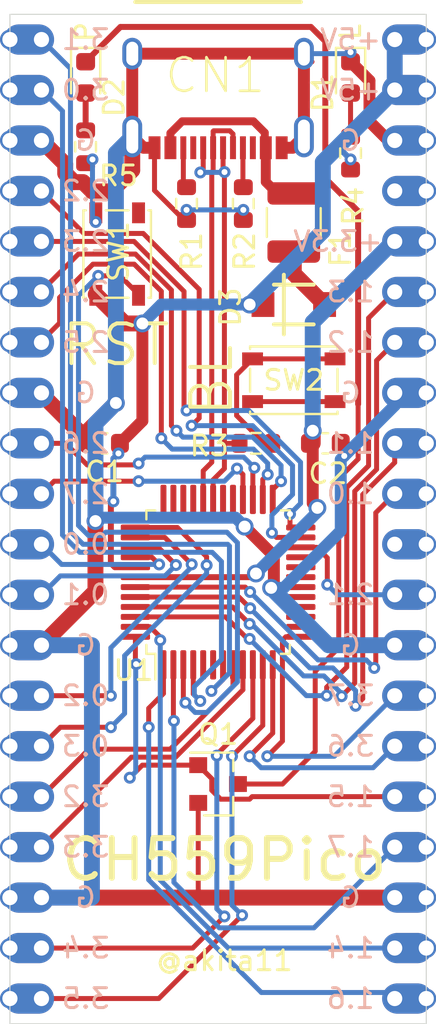
<source format=kicad_pcb>
(kicad_pcb (version 20171130) (host pcbnew "(5.1.9-0-10_14)")

  (general
    (thickness 1.6)
    (drawings 48)
    (tracks 475)
    (zones 0)
    (modules 18)
    (nets 61)
  )

  (page A4)
  (layers
    (0 F.Cu signal)
    (31 B.Cu signal)
    (32 B.Adhes user)
    (33 F.Adhes user)
    (34 B.Paste user)
    (35 F.Paste user)
    (36 B.SilkS user)
    (37 F.SilkS user)
    (38 B.Mask user)
    (39 F.Mask user)
    (44 Edge.Cuts user)
    (45 Margin user)
    (46 B.CrtYd user)
    (47 F.CrtYd user)
    (48 B.Fab user hide)
    (49 F.Fab user hide)
  )

  (setup
    (last_trace_width 0.25)
    (user_trace_width 0.3)
    (user_trace_width 0.4)
    (user_trace_width 0.5)
    (user_trace_width 0.6)
    (user_trace_width 0.8)
    (user_trace_width 1.2)
    (user_trace_width 2.54)
    (trace_clearance 0.1524)
    (zone_clearance 0.508)
    (zone_45_only no)
    (trace_min 0.2)
    (via_size 0.8)
    (via_drill 0.3)
    (via_min_size 0.6)
    (via_min_drill 0.3)
    (user_via 0.6 0.3)
    (user_via 0.9 0.6)
    (user_via 1.6 0.9)
    (uvia_size 0.3)
    (uvia_drill 0.1)
    (uvias_allowed no)
    (uvia_min_size 0.3)
    (uvia_min_drill 0.1)
    (edge_width 0.05)
    (segment_width 0.2)
    (pcb_text_width 0.3)
    (pcb_text_size 1.5 1.5)
    (mod_edge_width 0.12)
    (mod_text_size 1 1)
    (mod_text_width 0.15)
    (pad_size 1.524 1.524)
    (pad_drill 0.762)
    (pad_to_mask_clearance 0)
    (aux_axis_origin 0 0)
    (visible_elements FFFFFF7F)
    (pcbplotparams
      (layerselection 0x010fc_ffffffff)
      (usegerberextensions true)
      (usegerberattributes true)
      (usegerberadvancedattributes true)
      (creategerberjobfile true)
      (excludeedgelayer true)
      (linewidth 0.100000)
      (plotframeref false)
      (viasonmask false)
      (mode 1)
      (useauxorigin false)
      (hpglpennumber 1)
      (hpglpenspeed 20)
      (hpglpendiameter 15.000000)
      (psnegative false)
      (psa4output false)
      (plotreference true)
      (plotvalue true)
      (plotinvisibletext false)
      (padsonsilk false)
      (subtractmaskfromsilk false)
      (outputformat 1)
      (mirror false)
      (drillshape 0)
      (scaleselection 1)
      (outputdirectory ""))
  )

  (net 0 "")
  (net 1 GND)
  (net 2 +5V)
  (net 3 +3V3)
  (net 4 "Net-(CN1-PadB5)")
  (net 5 "Net-(CN1-PadA8)")
  (net 6 /UDP)
  (net 7 /UDM)
  (net 8 "Net-(CN1-PadA5)")
  (net 9 "Net-(CN1-PadB8)")
  (net 10 "Net-(CN1-PadA4)")
  (net 11 "Net-(D1-Pad2)")
  (net 12 "Net-(D2-Pad1)")
  (net 13 /P3.7)
  (net 14 /P3.6)
  (net 15 /P3.5)
  (net 16 /P3.4)
  (net 17 /P2.0)
  (net 18 /P2.1)
  (net 19 /P2.2)
  (net 20 /P2.3)
  (net 21 /P2.4)
  (net 22 /P2.5)
  (net 23 /P2.6)
  (net 24 /P2.7)
  (net 25 /P3.3)
  (net 26 /P3.2)
  (net 27 /P3.0)
  (net 28 /P3.1)
  (net 29 "Net-(J2-Pad17)")
  (net 30 /P1.3)
  (net 31 /P1.2)
  (net 32 /P1.1)
  (net 33 /P1.0)
  (net 34 "Net-(J2-Pad10)")
  (net 35 /P0.2)
  (net 36 /P0.1)
  (net 37 /P0.0)
  (net 38 /P1.5)
  (net 39 /P1.7)
  (net 40 /P1.4)
  (net 41 /P1.6)
  (net 42 "Net-(R3-Pad1)")
  (net 43 /RST)
  (net 44 /P0.3)
  (net 45 /P0.4)
  (net 46 /P0.5)
  (net 47 /P0.6)
  (net 48 /P0.7)
  (net 49 /P5.4)
  (net 50 /P5.5)
  (net 51 /P4.0)
  (net 52 /P4.1)
  (net 53 /P4.7)
  (net 54 /P4.6)
  (net 55 /P4.2)
  (net 56 /P4.3)
  (net 57 /P4.4)
  (net 58 /P4.5)
  (net 59 "Net-(D3-PadA)")
  (net 60 "Net-(D2-Pad2)")

  (net_class Default "This is the default net class."
    (clearance 0.1524)
    (trace_width 0.25)
    (via_dia 0.8)
    (via_drill 0.3)
    (uvia_dia 0.3)
    (uvia_drill 0.1)
    (add_net +3V3)
    (add_net +5V)
    (add_net /P0.0)
    (add_net /P0.1)
    (add_net /P0.2)
    (add_net /P0.3)
    (add_net /P0.4)
    (add_net /P0.5)
    (add_net /P0.6)
    (add_net /P0.7)
    (add_net /P1.0)
    (add_net /P1.1)
    (add_net /P1.2)
    (add_net /P1.3)
    (add_net /P1.4)
    (add_net /P1.5)
    (add_net /P1.6)
    (add_net /P1.7)
    (add_net /P2.0)
    (add_net /P2.1)
    (add_net /P2.2)
    (add_net /P2.3)
    (add_net /P2.4)
    (add_net /P2.5)
    (add_net /P2.6)
    (add_net /P2.7)
    (add_net /P3.0)
    (add_net /P3.1)
    (add_net /P3.2)
    (add_net /P3.3)
    (add_net /P3.4)
    (add_net /P3.5)
    (add_net /P3.6)
    (add_net /P3.7)
    (add_net /P4.0)
    (add_net /P4.1)
    (add_net /P4.2)
    (add_net /P4.3)
    (add_net /P4.4)
    (add_net /P4.5)
    (add_net /P4.6)
    (add_net /P4.7)
    (add_net /P5.4)
    (add_net /P5.5)
    (add_net /RST)
    (add_net /UDM)
    (add_net /UDP)
    (add_net GND)
    (add_net "Net-(CN1-PadA4)")
    (add_net "Net-(CN1-PadA5)")
    (add_net "Net-(CN1-PadA8)")
    (add_net "Net-(CN1-PadB5)")
    (add_net "Net-(CN1-PadB8)")
    (add_net "Net-(D1-Pad2)")
    (add_net "Net-(D2-Pad1)")
    (add_net "Net-(D2-Pad2)")
    (add_net "Net-(D3-PadA)")
    (add_net "Net-(J2-Pad10)")
    (add_net "Net-(J2-Pad17)")
    (add_net "Net-(R3-Pad1)")
  )

  (module Package_QFP:LQFP-48_7x7mm_P0.5mm (layer F.Cu) (tedit 5D9F72AF) (tstamp 61D555A7)
    (at 10.4775 28.575 90)
    (descr "LQFP, 48 Pin (https://www.analog.com/media/en/technical-documentation/data-sheets/ltc2358-16.pdf), generated with kicad-footprint-generator ipc_gullwing_generator.py")
    (tags "LQFP QFP")
    (path /61D5FC54)
    (attr smd)
    (fp_text reference U1 (at -4.445 -4.2545 180) (layer F.SilkS)
      (effects (font (size 1 1) (thickness 0.15)))
    )
    (fp_text value MCU_CH559L (at 0 5.85 90) (layer F.Fab)
      (effects (font (size 1 1) (thickness 0.15)))
    )
    (fp_line (start 3.16 3.61) (end 3.61 3.61) (layer F.SilkS) (width 0.12))
    (fp_line (start 3.61 3.61) (end 3.61 3.16) (layer F.SilkS) (width 0.12))
    (fp_line (start -3.16 3.61) (end -3.61 3.61) (layer F.SilkS) (width 0.12))
    (fp_line (start -3.61 3.61) (end -3.61 3.16) (layer F.SilkS) (width 0.12))
    (fp_line (start 3.16 -3.61) (end 3.61 -3.61) (layer F.SilkS) (width 0.12))
    (fp_line (start 3.61 -3.61) (end 3.61 -3.16) (layer F.SilkS) (width 0.12))
    (fp_line (start -3.16 -3.61) (end -3.61 -3.61) (layer F.SilkS) (width 0.12))
    (fp_line (start -3.61 -3.61) (end -3.61 -3.16) (layer F.SilkS) (width 0.12))
    (fp_line (start -3.61 -3.16) (end -4.9 -3.16) (layer F.SilkS) (width 0.12))
    (fp_line (start -2.5 -3.5) (end 3.5 -3.5) (layer F.Fab) (width 0.1))
    (fp_line (start 3.5 -3.5) (end 3.5 3.5) (layer F.Fab) (width 0.1))
    (fp_line (start 3.5 3.5) (end -3.5 3.5) (layer F.Fab) (width 0.1))
    (fp_line (start -3.5 3.5) (end -3.5 -2.5) (layer F.Fab) (width 0.1))
    (fp_line (start -3.5 -2.5) (end -2.5 -3.5) (layer F.Fab) (width 0.1))
    (fp_line (start 0 -5.15) (end -3.15 -5.15) (layer F.CrtYd) (width 0.05))
    (fp_line (start -3.15 -5.15) (end -3.15 -3.75) (layer F.CrtYd) (width 0.05))
    (fp_line (start -3.15 -3.75) (end -3.75 -3.75) (layer F.CrtYd) (width 0.05))
    (fp_line (start -3.75 -3.75) (end -3.75 -3.15) (layer F.CrtYd) (width 0.05))
    (fp_line (start -3.75 -3.15) (end -5.15 -3.15) (layer F.CrtYd) (width 0.05))
    (fp_line (start -5.15 -3.15) (end -5.15 0) (layer F.CrtYd) (width 0.05))
    (fp_line (start 0 -5.15) (end 3.15 -5.15) (layer F.CrtYd) (width 0.05))
    (fp_line (start 3.15 -5.15) (end 3.15 -3.75) (layer F.CrtYd) (width 0.05))
    (fp_line (start 3.15 -3.75) (end 3.75 -3.75) (layer F.CrtYd) (width 0.05))
    (fp_line (start 3.75 -3.75) (end 3.75 -3.15) (layer F.CrtYd) (width 0.05))
    (fp_line (start 3.75 -3.15) (end 5.15 -3.15) (layer F.CrtYd) (width 0.05))
    (fp_line (start 5.15 -3.15) (end 5.15 0) (layer F.CrtYd) (width 0.05))
    (fp_line (start 0 5.15) (end -3.15 5.15) (layer F.CrtYd) (width 0.05))
    (fp_line (start -3.15 5.15) (end -3.15 3.75) (layer F.CrtYd) (width 0.05))
    (fp_line (start -3.15 3.75) (end -3.75 3.75) (layer F.CrtYd) (width 0.05))
    (fp_line (start -3.75 3.75) (end -3.75 3.15) (layer F.CrtYd) (width 0.05))
    (fp_line (start -3.75 3.15) (end -5.15 3.15) (layer F.CrtYd) (width 0.05))
    (fp_line (start -5.15 3.15) (end -5.15 0) (layer F.CrtYd) (width 0.05))
    (fp_line (start 0 5.15) (end 3.15 5.15) (layer F.CrtYd) (width 0.05))
    (fp_line (start 3.15 5.15) (end 3.15 3.75) (layer F.CrtYd) (width 0.05))
    (fp_line (start 3.15 3.75) (end 3.75 3.75) (layer F.CrtYd) (width 0.05))
    (fp_line (start 3.75 3.75) (end 3.75 3.15) (layer F.CrtYd) (width 0.05))
    (fp_line (start 3.75 3.15) (end 5.15 3.15) (layer F.CrtYd) (width 0.05))
    (fp_line (start 5.15 3.15) (end 5.15 0) (layer F.CrtYd) (width 0.05))
    (fp_text user %R (at 0 0 90) (layer F.Fab)
      (effects (font (size 1 1) (thickness 0.15)))
    )
    (pad 48 smd roundrect (at -2.75 -4.1625 90) (size 0.3 1.475) (layers F.Cu F.Paste F.Mask) (roundrect_rratio 0.25)
      (net 38 /P1.5))
    (pad 47 smd roundrect (at -2.25 -4.1625 90) (size 0.3 1.475) (layers F.Cu F.Paste F.Mask) (roundrect_rratio 0.25)
      (net 40 /P1.4))
    (pad 46 smd roundrect (at -1.75 -4.1625 90) (size 0.3 1.475) (layers F.Cu F.Paste F.Mask) (roundrect_rratio 0.25)
      (net 30 /P1.3))
    (pad 45 smd roundrect (at -1.25 -4.1625 90) (size 0.3 1.475) (layers F.Cu F.Paste F.Mask) (roundrect_rratio 0.25)
      (net 31 /P1.2))
    (pad 44 smd roundrect (at -0.75 -4.1625 90) (size 0.3 1.475) (layers F.Cu F.Paste F.Mask) (roundrect_rratio 0.25)
      (net 32 /P1.1))
    (pad 43 smd roundrect (at -0.25 -4.1625 90) (size 0.3 1.475) (layers F.Cu F.Paste F.Mask) (roundrect_rratio 0.25)
      (net 33 /P1.0))
    (pad 42 smd roundrect (at 0.25 -4.1625 90) (size 0.3 1.475) (layers F.Cu F.Paste F.Mask) (roundrect_rratio 0.25)
      (net 3 +3V3))
    (pad 41 smd roundrect (at 0.75 -4.1625 90) (size 0.3 1.475) (layers F.Cu F.Paste F.Mask) (roundrect_rratio 0.25)
      (net 2 +5V))
    (pad 40 smd roundrect (at 1.25 -4.1625 90) (size 0.3 1.475) (layers F.Cu F.Paste F.Mask) (roundrect_rratio 0.25)
      (net 37 /P0.0))
    (pad 39 smd roundrect (at 1.75 -4.1625 90) (size 0.3 1.475) (layers F.Cu F.Paste F.Mask) (roundrect_rratio 0.25)
      (net 36 /P0.1))
    (pad 38 smd roundrect (at 2.25 -4.1625 90) (size 0.3 1.475) (layers F.Cu F.Paste F.Mask) (roundrect_rratio 0.25)
      (net 35 /P0.2))
    (pad 37 smd roundrect (at 2.75 -4.1625 90) (size 0.3 1.475) (layers F.Cu F.Paste F.Mask) (roundrect_rratio 0.25)
      (net 44 /P0.3))
    (pad 36 smd roundrect (at 4.1625 -2.75 90) (size 1.475 0.3) (layers F.Cu F.Paste F.Mask) (roundrect_rratio 0.25)
      (net 45 /P0.4))
    (pad 35 smd roundrect (at 4.1625 -2.25 90) (size 1.475 0.3) (layers F.Cu F.Paste F.Mask) (roundrect_rratio 0.25)
      (net 46 /P0.5))
    (pad 34 smd roundrect (at 4.1625 -1.75 90) (size 1.475 0.3) (layers F.Cu F.Paste F.Mask) (roundrect_rratio 0.25)
      (net 47 /P0.6))
    (pad 33 smd roundrect (at 4.1625 -1.25 90) (size 1.475 0.3) (layers F.Cu F.Paste F.Mask) (roundrect_rratio 0.25)
      (net 48 /P0.7))
    (pad 32 smd roundrect (at 4.1625 -0.75 90) (size 1.475 0.3) (layers F.Cu F.Paste F.Mask) (roundrect_rratio 0.25)
      (net 7 /UDM))
    (pad 31 smd roundrect (at 4.1625 -0.25 90) (size 1.475 0.3) (layers F.Cu F.Paste F.Mask) (roundrect_rratio 0.25)
      (net 6 /UDP))
    (pad 30 smd roundrect (at 4.1625 0.25 90) (size 1.475 0.3) (layers F.Cu F.Paste F.Mask) (roundrect_rratio 0.25)
      (net 49 /P5.4))
    (pad 29 smd roundrect (at 4.1625 0.75 90) (size 1.475 0.3) (layers F.Cu F.Paste F.Mask) (roundrect_rratio 0.25)
      (net 50 /P5.5))
    (pad 28 smd roundrect (at 4.1625 1.25 90) (size 1.475 0.3) (layers F.Cu F.Paste F.Mask) (roundrect_rratio 0.25)
      (net 24 /P2.7))
    (pad 27 smd roundrect (at 4.1625 1.75 90) (size 1.475 0.3) (layers F.Cu F.Paste F.Mask) (roundrect_rratio 0.25)
      (net 23 /P2.6))
    (pad 26 smd roundrect (at 4.1625 2.25 90) (size 1.475 0.3) (layers F.Cu F.Paste F.Mask) (roundrect_rratio 0.25)
      (net 22 /P2.5))
    (pad 25 smd roundrect (at 4.1625 2.75 90) (size 1.475 0.3) (layers F.Cu F.Paste F.Mask) (roundrect_rratio 0.25)
      (net 21 /P2.4))
    (pad 24 smd roundrect (at 2.75 4.1625 90) (size 0.3 1.475) (layers F.Cu F.Paste F.Mask) (roundrect_rratio 0.25)
      (net 20 /P2.3))
    (pad 23 smd roundrect (at 2.25 4.1625 90) (size 0.3 1.475) (layers F.Cu F.Paste F.Mask) (roundrect_rratio 0.25)
      (net 19 /P2.2))
    (pad 22 smd roundrect (at 1.75 4.1625 90) (size 0.3 1.475) (layers F.Cu F.Paste F.Mask) (roundrect_rratio 0.25)
      (net 18 /P2.1))
    (pad 21 smd roundrect (at 1.25 4.1625 90) (size 0.3 1.475) (layers F.Cu F.Paste F.Mask) (roundrect_rratio 0.25)
      (net 17 /P2.0))
    (pad 20 smd roundrect (at 0.75 4.1625 90) (size 0.3 1.475) (layers F.Cu F.Paste F.Mask) (roundrect_rratio 0.25)
      (net 51 /P4.0))
    (pad 19 smd roundrect (at 0.25 4.1625 90) (size 0.3 1.475) (layers F.Cu F.Paste F.Mask) (roundrect_rratio 0.25)
      (net 52 /P4.1))
    (pad 18 smd roundrect (at -0.25 4.1625 90) (size 0.3 1.475) (layers F.Cu F.Paste F.Mask) (roundrect_rratio 0.25)
      (net 1 GND))
    (pad 17 smd roundrect (at -0.75 4.1625 90) (size 0.3 1.475) (layers F.Cu F.Paste F.Mask) (roundrect_rratio 0.25)
      (net 53 /P4.7))
    (pad 16 smd roundrect (at -1.25 4.1625 90) (size 0.3 1.475) (layers F.Cu F.Paste F.Mask) (roundrect_rratio 0.25)
      (net 54 /P4.6))
    (pad 15 smd roundrect (at -1.75 4.1625 90) (size 0.3 1.475) (layers F.Cu F.Paste F.Mask) (roundrect_rratio 0.25)
      (net 55 /P4.2))
    (pad 14 smd roundrect (at -2.25 4.1625 90) (size 0.3 1.475) (layers F.Cu F.Paste F.Mask) (roundrect_rratio 0.25)
      (net 56 /P4.3))
    (pad 13 smd roundrect (at -2.75 4.1625 90) (size 0.3 1.475) (layers F.Cu F.Paste F.Mask) (roundrect_rratio 0.25)
      (net 13 /P3.7))
    (pad 12 smd roundrect (at -4.1625 2.75 90) (size 1.475 0.3) (layers F.Cu F.Paste F.Mask) (roundrect_rratio 0.25)
      (net 14 /P3.6))
    (pad 11 smd roundrect (at -4.1625 2.25 90) (size 1.475 0.3) (layers F.Cu F.Paste F.Mask) (roundrect_rratio 0.25)
      (net 15 /P3.5))
    (pad 10 smd roundrect (at -4.1625 1.75 90) (size 1.475 0.3) (layers F.Cu F.Paste F.Mask) (roundrect_rratio 0.25)
      (net 16 /P3.4))
    (pad 9 smd roundrect (at -4.1625 1.25 90) (size 1.475 0.3) (layers F.Cu F.Paste F.Mask) (roundrect_rratio 0.25)
      (net 25 /P3.3))
    (pad 8 smd roundrect (at -4.1625 0.75 90) (size 1.475 0.3) (layers F.Cu F.Paste F.Mask) (roundrect_rratio 0.25)
      (net 26 /P3.2))
    (pad 7 smd roundrect (at -4.1625 0.25 90) (size 1.475 0.3) (layers F.Cu F.Paste F.Mask) (roundrect_rratio 0.25)
      (net 28 /P3.1))
    (pad 6 smd roundrect (at -4.1625 -0.25 90) (size 1.475 0.3) (layers F.Cu F.Paste F.Mask) (roundrect_rratio 0.25)
      (net 57 /P4.4))
    (pad 5 smd roundrect (at -4.1625 -0.75 90) (size 1.475 0.3) (layers F.Cu F.Paste F.Mask) (roundrect_rratio 0.25)
      (net 58 /P4.5))
    (pad 4 smd roundrect (at -4.1625 -1.25 90) (size 1.475 0.3) (layers F.Cu F.Paste F.Mask) (roundrect_rratio 0.25)
      (net 27 /P3.0))
    (pad 3 smd roundrect (at -4.1625 -1.75 90) (size 1.475 0.3) (layers F.Cu F.Paste F.Mask) (roundrect_rratio 0.25)
      (net 43 /RST))
    (pad 2 smd roundrect (at -4.1625 -2.25 90) (size 1.475 0.3) (layers F.Cu F.Paste F.Mask) (roundrect_rratio 0.25)
      (net 39 /P1.7))
    (pad 1 smd roundrect (at -4.1625 -2.75 90) (size 1.475 0.3) (layers F.Cu F.Paste F.Mask) (roundrect_rratio 0.25)
      (net 41 /P1.6))
    (model ${KISYS3DMOD}/Package_QFP.3dshapes/LQFP-48_7x7mm_P0.5mm.wrl
      (at (xyz 0 0 0))
      (scale (xyz 1 1 1))
      (rotate (xyz 0 0 0))
    )
  )

  (module Package_TO_SOT_SMD:SOT-23 (layer F.Cu) (tedit 5A02FF57) (tstamp 61D54FED)
    (at 10.4775 38.735)
    (descr "SOT-23, Standard")
    (tags SOT-23)
    (path /61DB4B4F)
    (attr smd)
    (fp_text reference Q1 (at 0 -2.5) (layer F.SilkS)
      (effects (font (size 1 1) (thickness 0.15)))
    )
    (fp_text value TR_NMOS_IRLML6344 (at 0 2.5) (layer F.Fab)
      (effects (font (size 1 1) (thickness 0.15)))
    )
    (fp_line (start -0.7 -0.95) (end -0.7 1.5) (layer F.Fab) (width 0.1))
    (fp_line (start -0.15 -1.52) (end 0.7 -1.52) (layer F.Fab) (width 0.1))
    (fp_line (start -0.7 -0.95) (end -0.15 -1.52) (layer F.Fab) (width 0.1))
    (fp_line (start 0.7 -1.52) (end 0.7 1.52) (layer F.Fab) (width 0.1))
    (fp_line (start -0.7 1.52) (end 0.7 1.52) (layer F.Fab) (width 0.1))
    (fp_line (start 0.76 1.58) (end 0.76 0.65) (layer F.SilkS) (width 0.12))
    (fp_line (start 0.76 -1.58) (end 0.76 -0.65) (layer F.SilkS) (width 0.12))
    (fp_line (start -1.7 -1.75) (end 1.7 -1.75) (layer F.CrtYd) (width 0.05))
    (fp_line (start 1.7 -1.75) (end 1.7 1.75) (layer F.CrtYd) (width 0.05))
    (fp_line (start 1.7 1.75) (end -1.7 1.75) (layer F.CrtYd) (width 0.05))
    (fp_line (start -1.7 1.75) (end -1.7 -1.75) (layer F.CrtYd) (width 0.05))
    (fp_line (start 0.76 -1.58) (end -1.4 -1.58) (layer F.SilkS) (width 0.12))
    (fp_line (start 0.76 1.58) (end -0.7 1.58) (layer F.SilkS) (width 0.12))
    (fp_text user %R (at 0 0 90) (layer F.Fab)
      (effects (font (size 0.5 0.5) (thickness 0.075)))
    )
    (pad 3 smd rect (at 1 0) (size 0.9 0.8) (layers F.Cu F.Paste F.Mask)
      (net 12 "Net-(D2-Pad1)"))
    (pad 2 smd rect (at -1 0.95) (size 0.9 0.8) (layers F.Cu F.Paste F.Mask)
      (net 1 GND))
    (pad 1 smd rect (at -1 -0.95) (size 0.9 0.8) (layers F.Cu F.Paste F.Mask)
      (net 38 /P1.5))
    (model ${KISYS3DMOD}/Package_TO_SOT_SMD.3dshapes/SOT-23.wrl
      (at (xyz 0 0 0))
      (scale (xyz 1 1 1))
      (rotate (xyz 0 0 0))
    )
  )

  (module akita:Socker2.54mm_20p_OvalPad (layer F.Cu) (tedit 61D50892) (tstamp 61D55FE9)
    (at 20.6375 25.4 180)
    (path /61D6A693)
    (fp_text reference J2 (at 0 -16.01 180) (layer F.SilkS) hide
      (effects (font (size 1 1) (thickness 0.15)))
    )
    (fp_text value Conn_01x20 (at 0 -0.5 180) (layer F.Fab)
      (effects (font (size 1 1) (thickness 0.15)))
    )
    (pad 20 thru_hole oval (at 1.27 24.13 180) (size 2.54 1.524) (drill 0.762 (offset -0.635 0)) (layers *.Cu *.Mask)
      (net 2 +5V))
    (pad - thru_hole circle (at -0.3175 19.05 180) (size 1 1) (drill 0.762) (layers *.Cu *.Mask))
    (pad - thru_hole circle (at -0.3175 16.51 180) (size 1 1) (drill 0.762) (layers *.Cu *.Mask))
    (pad - thru_hole circle (at -0.3175 11.43 180) (size 1 1) (drill 0.762) (layers *.Cu *.Mask))
    (pad 19 thru_hole oval (at 1.27 21.59 180) (size 2.54 1.524) (drill 0.762 (offset -0.635 0)) (layers *.Cu *.Mask)
      (net 2 +5V))
    (pad 18 thru_hole oval (at 1.27 19.05 180) (size 2.54 1.524) (drill 0.762 (offset -0.635 0)) (layers *.Cu *.Mask)
      (net 1 GND))
    (pad - thru_hole circle (at -0.3175 13.97 180) (size 1 1) (drill 0.762) (layers *.Cu *.Mask))
    (pad 17 thru_hole oval (at 1.27 16.51 180) (size 2.54 1.524) (drill 0.762 (offset -0.635 0)) (layers *.Cu *.Mask)
      (net 29 "Net-(J2-Pad17)"))
    (pad 16 thru_hole oval (at 1.27 13.97 180) (size 2.54 1.524) (drill 0.762 (offset -0.635 0)) (layers *.Cu *.Mask)
      (net 3 +3V3))
    (pad 15 thru_hole oval (at 1.27 11.43 180) (size 2.54 1.524) (drill 0.762 (offset -0.635 0)) (layers *.Cu *.Mask)
      (net 30 /P1.3))
    (pad - thru_hole circle (at -0.3175 24.13 180) (size 1 1) (drill 0.762) (layers *.Cu *.Mask))
    (pad - thru_hole circle (at -0.3175 21.59 180) (size 1 1) (drill 0.762) (layers *.Cu *.Mask))
    (pad 14 thru_hole oval (at 1.27 8.89 180) (size 2.54 1.524) (drill 0.762 (offset -0.635 0)) (layers *.Cu *.Mask)
      (net 31 /P1.2))
    (pad 13 thru_hole oval (at 1.27 6.35 180) (size 2.54 1.524) (drill 0.762 (offset -0.635 0)) (layers *.Cu *.Mask)
      (net 1 GND))
    (pad 12 thru_hole oval (at 1.27 3.81 180) (size 2.54 1.524) (drill 0.762 (offset -0.635 0)) (layers *.Cu *.Mask)
      (net 32 /P1.1))
    (pad 11 thru_hole oval (at 1.27 1.27 180) (size 2.54 1.524) (drill 0.762 (offset -0.635 0)) (layers *.Cu *.Mask)
      (net 33 /P1.0))
    (pad 10 thru_hole oval (at 1.27 -1.27 180) (size 2.54 1.524) (drill 0.762 (offset -0.635 0)) (layers *.Cu *.Mask)
      (net 34 "Net-(J2-Pad10)"))
    (pad 9 thru_hole oval (at 1.27 -3.81 180) (size 2.54 1.524) (drill 0.762 (offset -0.635 0)) (layers *.Cu *.Mask)
      (net 18 /P2.1))
    (pad 8 thru_hole oval (at 1.27 -6.35 180) (size 2.54 1.524) (drill 0.762 (offset -0.635 0)) (layers *.Cu *.Mask)
      (net 1 GND))
    (pad - thru_hole circle (at -0.3175 -6.35 180) (size 1 1) (drill 0.762) (layers *.Cu *.Mask))
    (pad - thru_hole circle (at -0.3175 8.89 180) (size 1 1) (drill 0.762) (layers *.Cu *.Mask))
    (pad - thru_hole circle (at -0.3175 6.35 180) (size 1 1) (drill 0.762) (layers *.Cu *.Mask))
    (pad - thru_hole circle (at -0.3175 3.81 180) (size 1 1) (drill 0.762) (layers *.Cu *.Mask))
    (pad - thru_hole circle (at -0.3175 1.27 180) (size 1 1) (drill 0.762) (layers *.Cu *.Mask))
    (pad - thru_hole circle (at -0.3175 -1.27 180) (size 1 1) (drill 0.762) (layers *.Cu *.Mask))
    (pad - thru_hole circle (at -0.3175 -3.81 180) (size 1 1) (drill 0.762) (layers *.Cu *.Mask))
    (pad - thru_hole circle (at -0.3175 -24.13 180) (size 1 1) (drill 0.762) (layers *.Cu *.Mask))
    (pad - thru_hole circle (at -0.3175 -8.89 180) (size 1 1) (drill 0.762) (layers *.Cu *.Mask))
    (pad - thru_hole circle (at -0.3175 -11.43 180) (size 1 1) (drill 0.762) (layers *.Cu *.Mask))
    (pad - thru_hole circle (at -0.3175 -13.97 180) (size 1 1) (drill 0.762) (layers *.Cu *.Mask))
    (pad - thru_hole circle (at -0.3175 -16.51 180) (size 1 1) (drill 0.762) (layers *.Cu *.Mask))
    (pad - thru_hole circle (at -0.3175 -19.05 180) (size 1 1) (drill 0.762) (layers *.Cu *.Mask))
    (pad - thru_hole circle (at -0.3175 -21.59 180) (size 1 1) (drill 0.762) (layers *.Cu *.Mask))
    (pad 7 thru_hole oval (at 1.27 -8.89 180) (size 2.54 1.524) (drill 0.762 (offset -0.635 0)) (layers *.Cu *.Mask)
      (net 13 /P3.7))
    (pad 6 thru_hole oval (at 1.27 -11.43 180) (size 2.54 1.524) (drill 0.762 (offset -0.635 0)) (layers *.Cu *.Mask)
      (net 14 /P3.6))
    (pad 5 thru_hole oval (at 1.27 -13.97 180) (size 2.54 1.524) (drill 0.762 (offset -0.635 0)) (layers *.Cu *.Mask)
      (net 38 /P1.5))
    (pad 4 thru_hole oval (at 1.27 -16.51 180) (size 2.54 1.524) (drill 0.762 (offset -0.635 0)) (layers *.Cu *.Mask)
      (net 39 /P1.7))
    (pad 3 thru_hole oval (at 1.27 -19.05 180) (size 2.54 1.524) (drill 0.762 (offset -0.635 0)) (layers *.Cu *.Mask)
      (net 1 GND))
    (pad 2 thru_hole oval (at 1.27 -21.59 180) (size 2.54 1.524) (drill 0.762 (offset -0.635 0)) (layers *.Cu *.Mask)
      (net 40 /P1.4))
    (pad 1 thru_hole oval (at 1.27 -24.13 180) (size 2.54 1.524) (drill 0.762 (offset -0.635 0)) (layers *.Cu *.Mask)
      (net 41 /P1.6))
  )

  (module akita:Socker2.54mm_20p_OvalPad (layer F.Cu) (tedit 61D50826) (tstamp 61D553DC)
    (at 0.3175 25.4)
    (path /61D6893A)
    (fp_text reference J1 (at 0 -16.01) (layer F.SilkS) hide
      (effects (font (size 1 1) (thickness 0.15)))
    )
    (fp_text value Conn_01x20 (at 0 -0.5) (layer F.Fab)
      (effects (font (size 1 1) (thickness 0.15)))
    )
    (pad 20 thru_hole oval (at 1.27 24.13) (size 2.54 1.524) (drill 0.762 (offset -0.635 0)) (layers *.Cu *.Mask)
      (net 15 /P3.5))
    (pad - thru_hole circle (at -0.3175 19.05) (size 1 1) (drill 0.762) (layers *.Cu *.Mask))
    (pad - thru_hole circle (at -0.3175 16.51) (size 1 1) (drill 0.762) (layers *.Cu *.Mask))
    (pad - thru_hole circle (at -0.3175 11.43) (size 1 1) (drill 0.762) (layers *.Cu *.Mask))
    (pad 19 thru_hole oval (at 1.27 21.59) (size 2.54 1.524) (drill 0.762 (offset -0.635 0)) (layers *.Cu *.Mask)
      (net 16 /P3.4))
    (pad 18 thru_hole oval (at 1.27 19.05) (size 2.54 1.524) (drill 0.762 (offset -0.635 0)) (layers *.Cu *.Mask)
      (net 1 GND))
    (pad - thru_hole circle (at -0.3175 13.97) (size 1 1) (drill 0.762) (layers *.Cu *.Mask))
    (pad 17 thru_hole oval (at 1.27 16.51) (size 2.54 1.524) (drill 0.762 (offset -0.635 0)) (layers *.Cu *.Mask)
      (net 25 /P3.3))
    (pad 16 thru_hole oval (at 1.27 13.97) (size 2.54 1.524) (drill 0.762 (offset -0.635 0)) (layers *.Cu *.Mask)
      (net 26 /P3.2))
    (pad 15 thru_hole oval (at 1.27 11.43) (size 2.54 1.524) (drill 0.762 (offset -0.635 0)) (layers *.Cu *.Mask)
      (net 44 /P0.3))
    (pad - thru_hole circle (at -0.3175 24.13) (size 1 1) (drill 0.762) (layers *.Cu *.Mask))
    (pad - thru_hole circle (at -0.3175 21.59) (size 1 1) (drill 0.762) (layers *.Cu *.Mask))
    (pad 14 thru_hole oval (at 1.27 8.89) (size 2.54 1.524) (drill 0.762 (offset -0.635 0)) (layers *.Cu *.Mask)
      (net 35 /P0.2))
    (pad 13 thru_hole oval (at 1.27 6.35) (size 2.54 1.524) (drill 0.762 (offset -0.635 0)) (layers *.Cu *.Mask)
      (net 1 GND))
    (pad 12 thru_hole oval (at 1.27 3.81) (size 2.54 1.524) (drill 0.762 (offset -0.635 0)) (layers *.Cu *.Mask)
      (net 36 /P0.1))
    (pad 11 thru_hole oval (at 1.27 1.27) (size 2.54 1.524) (drill 0.762 (offset -0.635 0)) (layers *.Cu *.Mask)
      (net 37 /P0.0))
    (pad 10 thru_hole oval (at 1.27 -1.27) (size 2.54 1.524) (drill 0.762 (offset -0.635 0)) (layers *.Cu *.Mask)
      (net 24 /P2.7))
    (pad 9 thru_hole oval (at 1.27 -3.81) (size 2.54 1.524) (drill 0.762 (offset -0.635 0)) (layers *.Cu *.Mask)
      (net 23 /P2.6))
    (pad 8 thru_hole oval (at 1.27 -6.35) (size 2.54 1.524) (drill 0.762 (offset -0.635 0)) (layers *.Cu *.Mask)
      (net 1 GND))
    (pad - thru_hole circle (at -0.3175 -6.35) (size 1 1) (drill 0.762) (layers *.Cu *.Mask))
    (pad - thru_hole circle (at -0.3175 8.89) (size 1 1) (drill 0.762) (layers *.Cu *.Mask))
    (pad - thru_hole circle (at -0.3175 6.35) (size 1 1) (drill 0.762) (layers *.Cu *.Mask))
    (pad - thru_hole circle (at -0.3175 3.81) (size 1 1) (drill 0.762) (layers *.Cu *.Mask))
    (pad - thru_hole circle (at -0.3175 1.27) (size 1 1) (drill 0.762) (layers *.Cu *.Mask))
    (pad - thru_hole circle (at -0.3175 -1.27) (size 1 1) (drill 0.762) (layers *.Cu *.Mask))
    (pad - thru_hole circle (at -0.3175 -3.81) (size 1 1) (drill 0.762) (layers *.Cu *.Mask))
    (pad - thru_hole circle (at -0.3175 -24.13) (size 1 1) (drill 0.762) (layers *.Cu *.Mask))
    (pad - thru_hole circle (at -0.3175 -8.89) (size 1 1) (drill 0.762) (layers *.Cu *.Mask))
    (pad - thru_hole circle (at -0.3175 -11.43) (size 1 1) (drill 0.762) (layers *.Cu *.Mask))
    (pad - thru_hole circle (at -0.3175 -13.97) (size 1 1) (drill 0.762) (layers *.Cu *.Mask))
    (pad - thru_hole circle (at -0.3175 -16.51) (size 1 1) (drill 0.762) (layers *.Cu *.Mask))
    (pad - thru_hole circle (at -0.3175 -19.05) (size 1 1) (drill 0.762) (layers *.Cu *.Mask))
    (pad - thru_hole circle (at -0.3175 -21.59) (size 1 1) (drill 0.762) (layers *.Cu *.Mask))
    (pad 7 thru_hole oval (at 1.27 -8.89) (size 2.54 1.524) (drill 0.762 (offset -0.635 0)) (layers *.Cu *.Mask)
      (net 22 /P2.5))
    (pad 6 thru_hole oval (at 1.27 -11.43) (size 2.54 1.524) (drill 0.762 (offset -0.635 0)) (layers *.Cu *.Mask)
      (net 21 /P2.4))
    (pad 5 thru_hole oval (at 1.27 -13.97) (size 2.54 1.524) (drill 0.762 (offset -0.635 0)) (layers *.Cu *.Mask)
      (net 20 /P2.3))
    (pad 4 thru_hole oval (at 1.27 -16.51) (size 2.54 1.524) (drill 0.762 (offset -0.635 0)) (layers *.Cu *.Mask)
      (net 19 /P2.2))
    (pad 3 thru_hole oval (at 1.27 -19.05) (size 2.54 1.524) (drill 0.762 (offset -0.635 0)) (layers *.Cu *.Mask)
      (net 1 GND))
    (pad 2 thru_hole oval (at 1.27 -21.59) (size 2.54 1.524) (drill 0.762 (offset -0.635 0)) (layers *.Cu *.Mask)
      (net 27 /P3.0))
    (pad 1 thru_hole oval (at 1.27 -24.13) (size 2.54 1.524) (drill 0.762 (offset -0.635 0)) (layers *.Cu *.Mask)
      (net 28 /P3.1))
  )

  (module akita:D_SOD123FL (layer F.Cu) (tedit 61CE59C6) (tstamp 61D57551)
    (at 14.2875 14.605 180)
    (descr "SMD Diode, SOD-123FL, 3x1.65mm")
    (path /61DD7984)
    (attr smd)
    (fp_text reference D3 (at 2.6035 -0.127 90) (layer F.SilkS)
      (effects (font (size 1 1) (thickness 0.15)) (justify bottom))
    )
    (fp_text value DIODE (at 0 2.5) (layer F.Fab)
      (effects (font (size 0.9652 0.9652) (thickness 0.077216)) (justify right bottom))
    )
    (fp_line (start -1 -1) (end 0.5 -1) (layer F.SilkS) (width 0.2))
    (fp_line (start 0.5 -1) (end 1 -1) (layer F.SilkS) (width 0.2))
    (fp_line (start 1 1) (end 0.5 1) (layer F.SilkS) (width 0.2))
    (fp_line (start 0.5 1) (end -1 1) (layer F.SilkS) (width 0.2))
    (fp_line (start 0.5 -1) (end 0.5 1) (layer F.SilkS) (width 0.2))
    (fp_line (start 0.5 -1.5) (end 0.5 -1) (layer F.SilkS) (width 0.2))
    (fp_line (start 0.5 1) (end 0.5 1.5) (layer F.SilkS) (width 0.2))
    (pad K smd rect (at 1.55 0 180) (size 1.15 1.25) (layers F.Cu F.Paste F.Mask)
      (net 2 +5V) (solder_mask_margin 0.1016))
    (pad A smd rect (at -1.55 0 180) (size 1.15 1.25) (layers F.Cu F.Paste F.Mask)
      (net 59 "Net-(D3-PadA)") (solder_mask_margin 0.1016))
  )

  (module Button_Switch_SMD:SW_SPST_PTS810 (layer F.Cu) (tedit 5B0610A8) (tstamp 61D575E5)
    (at 14.2875 18.415)
    (descr "C&K Components, PTS 810 Series, Microminiature SMT Top Actuated, http://www.ckswitches.com/media/1476/pts810.pdf")
    (tags "SPST Button Switch")
    (path /61DBAF64)
    (attr smd)
    (fp_text reference SW2 (at 0 0) (layer F.SilkS)
      (effects (font (size 1 1) (thickness 0.15)))
    )
    (fp_text value SW_Push (at 0 2.6) (layer F.Fab)
      (effects (font (size 1 1) (thickness 0.15)))
    )
    (fp_line (start -2.85 -1.85) (end 2.85 -1.85) (layer F.CrtYd) (width 0.05))
    (fp_line (start -2.85 1.85) (end -2.85 -1.85) (layer F.CrtYd) (width 0.05))
    (fp_line (start 2.85 1.85) (end -2.85 1.85) (layer F.CrtYd) (width 0.05))
    (fp_line (start 2.85 -1.85) (end 2.85 1.85) (layer F.CrtYd) (width 0.05))
    (fp_line (start 2.2 -1.58) (end 2.2 -1.7) (layer F.SilkS) (width 0.12))
    (fp_line (start 2.2 0.57) (end 2.2 -0.57) (layer F.SilkS) (width 0.12))
    (fp_line (start 2.2 1.7) (end 2.2 1.58) (layer F.SilkS) (width 0.12))
    (fp_line (start -2.2 1.7) (end 2.2 1.7) (layer F.SilkS) (width 0.12))
    (fp_line (start -2.2 1.58) (end -2.2 1.7) (layer F.SilkS) (width 0.12))
    (fp_line (start -2.2 -0.57) (end -2.2 0.57) (layer F.SilkS) (width 0.12))
    (fp_line (start -2.2 -1.7) (end -2.2 -1.58) (layer F.SilkS) (width 0.12))
    (fp_line (start 2.2 -1.7) (end -2.2 -1.7) (layer F.SilkS) (width 0.12))
    (fp_line (start 0.4 1.1) (end -0.4 1.1) (layer F.Fab) (width 0.1))
    (fp_line (start -0.4 -1.1) (end 0.4 -1.1) (layer F.Fab) (width 0.1))
    (fp_line (start -2.1 1.6) (end 2.1 1.6) (layer F.Fab) (width 0.1))
    (fp_line (start -2.1 -1.6) (end -2.1 1.6) (layer F.Fab) (width 0.1))
    (fp_line (start 2.1 -1.6) (end -2.1 -1.6) (layer F.Fab) (width 0.1))
    (fp_line (start 2.1 1.6) (end 2.1 -1.6) (layer F.Fab) (width 0.1))
    (fp_arc (start 0.4 0) (end 0.4 -1.1) (angle 180) (layer F.Fab) (width 0.1))
    (fp_arc (start -0.4 0) (end -0.4 1.1) (angle 180) (layer F.Fab) (width 0.1))
    (fp_text user %R (at 0 0) (layer F.Fab)
      (effects (font (size 0.6 0.6) (thickness 0.09)))
    )
    (pad 2 smd rect (at 2.075 1.075) (size 1.05 0.65) (layers F.Cu F.Paste F.Mask)
      (net 3 +3V3))
    (pad 2 smd rect (at -2.075 1.075) (size 1.05 0.65) (layers F.Cu F.Paste F.Mask)
      (net 3 +3V3))
    (pad 1 smd rect (at 2.075 -1.075) (size 1.05 0.65) (layers F.Cu F.Paste F.Mask)
      (net 42 "Net-(R3-Pad1)"))
    (pad 1 smd rect (at -2.075 -1.075) (size 1.05 0.65) (layers F.Cu F.Paste F.Mask)
      (net 42 "Net-(R3-Pad1)"))
    (model ${KISYS3DMOD}/Button_Switch_SMD.3dshapes/SW_SPST_PTS810.wrl
      (at (xyz 0 0 0))
      (scale (xyz 1 1 1))
      (rotate (xyz 0 0 0))
    )
  )

  (module Button_Switch_SMD:SW_SPST_PTS810 (layer F.Cu) (tedit 5B0610A8) (tstamp 61D5505F)
    (at 5.3975 12.065 270)
    (descr "C&K Components, PTS 810 Series, Microminiature SMT Top Actuated, http://www.ckswitches.com/media/1476/pts810.pdf")
    (tags "SPST Button Switch")
    (path /61DACB12)
    (attr smd)
    (fp_text reference SW1 (at -0.127 -0.0635 90) (layer F.SilkS)
      (effects (font (size 1 1) (thickness 0.15)))
    )
    (fp_text value SW_Push (at 0 2.6 90) (layer F.Fab)
      (effects (font (size 1 1) (thickness 0.15)))
    )
    (fp_line (start -2.85 -1.85) (end 2.85 -1.85) (layer F.CrtYd) (width 0.05))
    (fp_line (start -2.85 1.85) (end -2.85 -1.85) (layer F.CrtYd) (width 0.05))
    (fp_line (start 2.85 1.85) (end -2.85 1.85) (layer F.CrtYd) (width 0.05))
    (fp_line (start 2.85 -1.85) (end 2.85 1.85) (layer F.CrtYd) (width 0.05))
    (fp_line (start 2.2 -1.58) (end 2.2 -1.7) (layer F.SilkS) (width 0.12))
    (fp_line (start 2.2 0.57) (end 2.2 -0.57) (layer F.SilkS) (width 0.12))
    (fp_line (start 2.2 1.7) (end 2.2 1.58) (layer F.SilkS) (width 0.12))
    (fp_line (start -2.2 1.7) (end 2.2 1.7) (layer F.SilkS) (width 0.12))
    (fp_line (start -2.2 1.58) (end -2.2 1.7) (layer F.SilkS) (width 0.12))
    (fp_line (start -2.2 -0.57) (end -2.2 0.57) (layer F.SilkS) (width 0.12))
    (fp_line (start -2.2 -1.7) (end -2.2 -1.58) (layer F.SilkS) (width 0.12))
    (fp_line (start 2.2 -1.7) (end -2.2 -1.7) (layer F.SilkS) (width 0.12))
    (fp_line (start 0.4 1.1) (end -0.4 1.1) (layer F.Fab) (width 0.1))
    (fp_line (start -0.4 -1.1) (end 0.4 -1.1) (layer F.Fab) (width 0.1))
    (fp_line (start -2.1 1.6) (end 2.1 1.6) (layer F.Fab) (width 0.1))
    (fp_line (start -2.1 -1.6) (end -2.1 1.6) (layer F.Fab) (width 0.1))
    (fp_line (start 2.1 -1.6) (end -2.1 -1.6) (layer F.Fab) (width 0.1))
    (fp_line (start 2.1 1.6) (end 2.1 -1.6) (layer F.Fab) (width 0.1))
    (fp_arc (start 0.4 0) (end 0.4 -1.1) (angle 180) (layer F.Fab) (width 0.1))
    (fp_arc (start -0.4 0) (end -0.4 1.1) (angle 180) (layer F.Fab) (width 0.1))
    (fp_text user %R (at 0 0 90) (layer F.Fab)
      (effects (font (size 0.6 0.6) (thickness 0.09)))
    )
    (pad 2 smd rect (at 2.075 1.075 270) (size 1.05 0.65) (layers F.Cu F.Paste F.Mask)
      (net 2 +5V))
    (pad 2 smd rect (at -2.075 1.075 270) (size 1.05 0.65) (layers F.Cu F.Paste F.Mask)
      (net 2 +5V))
    (pad 1 smd rect (at 2.075 -1.075 270) (size 1.05 0.65) (layers F.Cu F.Paste F.Mask)
      (net 43 /RST))
    (pad 1 smd rect (at -2.075 -1.075 270) (size 1.05 0.65) (layers F.Cu F.Paste F.Mask)
      (net 43 /RST))
    (model ${KISYS3DMOD}/Button_Switch_SMD.3dshapes/SW_SPST_PTS810.wrl
      (at (xyz 0 0 0))
      (scale (xyz 1 1 1))
      (rotate (xyz 0 0 0))
    )
  )

  (module Resistor_SMD:R_0603_1608Metric (layer F.Cu) (tedit 5F68FEEE) (tstamp 61D55042)
    (at 3.81 6.6675 270)
    (descr "Resistor SMD 0603 (1608 Metric), square (rectangular) end terminal, IPC_7351 nominal, (Body size source: IPC-SM-782 page 72, https://www.pcb-3d.com/wordpress/wp-content/uploads/ipc-sm-782a_amendment_1_and_2.pdf), generated with kicad-footprint-generator")
    (tags resistor)
    (path /61DB3785)
    (attr smd)
    (fp_text reference R5 (at 1.4605 -1.651 180) (layer F.SilkS)
      (effects (font (size 1 1) (thickness 0.15)))
    )
    (fp_text value 1k (at 0 1.43 90) (layer F.Fab)
      (effects (font (size 1 1) (thickness 0.15)))
    )
    (fp_line (start -0.8 0.4125) (end -0.8 -0.4125) (layer F.Fab) (width 0.1))
    (fp_line (start -0.8 -0.4125) (end 0.8 -0.4125) (layer F.Fab) (width 0.1))
    (fp_line (start 0.8 -0.4125) (end 0.8 0.4125) (layer F.Fab) (width 0.1))
    (fp_line (start 0.8 0.4125) (end -0.8 0.4125) (layer F.Fab) (width 0.1))
    (fp_line (start -0.237258 -0.5225) (end 0.237258 -0.5225) (layer F.SilkS) (width 0.12))
    (fp_line (start -0.237258 0.5225) (end 0.237258 0.5225) (layer F.SilkS) (width 0.12))
    (fp_line (start -1.48 0.73) (end -1.48 -0.73) (layer F.CrtYd) (width 0.05))
    (fp_line (start -1.48 -0.73) (end 1.48 -0.73) (layer F.CrtYd) (width 0.05))
    (fp_line (start 1.48 -0.73) (end 1.48 0.73) (layer F.CrtYd) (width 0.05))
    (fp_line (start 1.48 0.73) (end -1.48 0.73) (layer F.CrtYd) (width 0.05))
    (fp_text user %R (at 0 0 90) (layer F.Fab)
      (effects (font (size 0.4 0.4) (thickness 0.06)))
    )
    (pad 2 smd roundrect (at 0.825 0 270) (size 0.8 0.95) (layers F.Cu F.Paste F.Mask) (roundrect_rratio 0.25)
      (net 2 +5V))
    (pad 1 smd roundrect (at -0.825 0 270) (size 0.8 0.95) (layers F.Cu F.Paste F.Mask) (roundrect_rratio 0.25)
      (net 60 "Net-(D2-Pad2)"))
    (model ${KISYS3DMOD}/Resistor_SMD.3dshapes/R_0603_1608Metric.wrl
      (at (xyz 0 0 0))
      (scale (xyz 1 1 1))
      (rotate (xyz 0 0 0))
    )
  )

  (module Resistor_SMD:R_0603_1608Metric (layer F.Cu) (tedit 5F68FEEE) (tstamp 61D55031)
    (at 17.145 6.985 270)
    (descr "Resistor SMD 0603 (1608 Metric), square (rectangular) end terminal, IPC_7351 nominal, (Body size source: IPC-SM-782 page 72, https://www.pcb-3d.com/wordpress/wp-content/uploads/ipc-sm-782a_amendment_1_and_2.pdf), generated with kicad-footprint-generator")
    (tags resistor)
    (path /61DB2F37)
    (attr smd)
    (fp_text reference R4 (at 2.667 -0.127 90) (layer F.SilkS)
      (effects (font (size 1 1) (thickness 0.15)))
    )
    (fp_text value 1k (at 0 1.43 90) (layer F.Fab)
      (effects (font (size 1 1) (thickness 0.15)))
    )
    (fp_line (start -0.8 0.4125) (end -0.8 -0.4125) (layer F.Fab) (width 0.1))
    (fp_line (start -0.8 -0.4125) (end 0.8 -0.4125) (layer F.Fab) (width 0.1))
    (fp_line (start 0.8 -0.4125) (end 0.8 0.4125) (layer F.Fab) (width 0.1))
    (fp_line (start 0.8 0.4125) (end -0.8 0.4125) (layer F.Fab) (width 0.1))
    (fp_line (start -0.237258 -0.5225) (end 0.237258 -0.5225) (layer F.SilkS) (width 0.12))
    (fp_line (start -0.237258 0.5225) (end 0.237258 0.5225) (layer F.SilkS) (width 0.12))
    (fp_line (start -1.48 0.73) (end -1.48 -0.73) (layer F.CrtYd) (width 0.05))
    (fp_line (start -1.48 -0.73) (end 1.48 -0.73) (layer F.CrtYd) (width 0.05))
    (fp_line (start 1.48 -0.73) (end 1.48 0.73) (layer F.CrtYd) (width 0.05))
    (fp_line (start 1.48 0.73) (end -1.48 0.73) (layer F.CrtYd) (width 0.05))
    (fp_text user %R (at 0 0 90) (layer F.Fab)
      (effects (font (size 0.4 0.4) (thickness 0.06)))
    )
    (pad 2 smd roundrect (at 0.825 0 270) (size 0.8 0.95) (layers F.Cu F.Paste F.Mask) (roundrect_rratio 0.25)
      (net 2 +5V))
    (pad 1 smd roundrect (at -0.825 0 270) (size 0.8 0.95) (layers F.Cu F.Paste F.Mask) (roundrect_rratio 0.25)
      (net 11 "Net-(D1-Pad2)"))
    (model ${KISYS3DMOD}/Resistor_SMD.3dshapes/R_0603_1608Metric.wrl
      (at (xyz 0 0 0))
      (scale (xyz 1 1 1))
      (rotate (xyz 0 0 0))
    )
  )

  (module Resistor_SMD:R_0603_1608Metric (layer F.Cu) (tedit 5F68FEEE) (tstamp 61D55020)
    (at 12.3825 21.59 180)
    (descr "Resistor SMD 0603 (1608 Metric), square (rectangular) end terminal, IPC_7351 nominal, (Body size source: IPC-SM-782 page 72, https://www.pcb-3d.com/wordpress/wp-content/uploads/ipc-sm-782a_amendment_1_and_2.pdf), generated with kicad-footprint-generator")
    (tags resistor)
    (path /61DBDF54)
    (attr smd)
    (fp_text reference R3 (at 2.3495 -0.127) (layer F.SilkS)
      (effects (font (size 1 1) (thickness 0.15)))
    )
    (fp_text value 10k (at 0 1.43) (layer F.Fab)
      (effects (font (size 1 1) (thickness 0.15)))
    )
    (fp_line (start -0.8 0.4125) (end -0.8 -0.4125) (layer F.Fab) (width 0.1))
    (fp_line (start -0.8 -0.4125) (end 0.8 -0.4125) (layer F.Fab) (width 0.1))
    (fp_line (start 0.8 -0.4125) (end 0.8 0.4125) (layer F.Fab) (width 0.1))
    (fp_line (start 0.8 0.4125) (end -0.8 0.4125) (layer F.Fab) (width 0.1))
    (fp_line (start -0.237258 -0.5225) (end 0.237258 -0.5225) (layer F.SilkS) (width 0.12))
    (fp_line (start -0.237258 0.5225) (end 0.237258 0.5225) (layer F.SilkS) (width 0.12))
    (fp_line (start -1.48 0.73) (end -1.48 -0.73) (layer F.CrtYd) (width 0.05))
    (fp_line (start -1.48 -0.73) (end 1.48 -0.73) (layer F.CrtYd) (width 0.05))
    (fp_line (start 1.48 -0.73) (end 1.48 0.73) (layer F.CrtYd) (width 0.05))
    (fp_line (start 1.48 0.73) (end -1.48 0.73) (layer F.CrtYd) (width 0.05))
    (fp_text user %R (at 0 0) (layer F.Fab)
      (effects (font (size 0.4 0.4) (thickness 0.06)))
    )
    (pad 2 smd roundrect (at 0.825 0 180) (size 0.8 0.95) (layers F.Cu F.Paste F.Mask) (roundrect_rratio 0.25)
      (net 6 /UDP))
    (pad 1 smd roundrect (at -0.825 0 180) (size 0.8 0.95) (layers F.Cu F.Paste F.Mask) (roundrect_rratio 0.25)
      (net 42 "Net-(R3-Pad1)"))
    (model ${KISYS3DMOD}/Resistor_SMD.3dshapes/R_0603_1608Metric.wrl
      (at (xyz 0 0 0))
      (scale (xyz 1 1 1))
      (rotate (xyz 0 0 0))
    )
  )

  (module Resistor_SMD:R_0603_1608Metric (layer F.Cu) (tedit 5F68FEEE) (tstamp 61D5500F)
    (at 11.7475 9.525 270)
    (descr "Resistor SMD 0603 (1608 Metric), square (rectangular) end terminal, IPC_7351 nominal, (Body size source: IPC-SM-782 page 72, https://www.pcb-3d.com/wordpress/wp-content/uploads/ipc-sm-782a_amendment_1_and_2.pdf), generated with kicad-footprint-generator")
    (tags resistor)
    (path /61D959FE)
    (attr smd)
    (fp_text reference R2 (at 2.413 -0.0635 90) (layer F.SilkS)
      (effects (font (size 1 1) (thickness 0.15)))
    )
    (fp_text value 5.1k (at 0 1.43 90) (layer F.Fab)
      (effects (font (size 1 1) (thickness 0.15)))
    )
    (fp_line (start -0.8 0.4125) (end -0.8 -0.4125) (layer F.Fab) (width 0.1))
    (fp_line (start -0.8 -0.4125) (end 0.8 -0.4125) (layer F.Fab) (width 0.1))
    (fp_line (start 0.8 -0.4125) (end 0.8 0.4125) (layer F.Fab) (width 0.1))
    (fp_line (start 0.8 0.4125) (end -0.8 0.4125) (layer F.Fab) (width 0.1))
    (fp_line (start -0.237258 -0.5225) (end 0.237258 -0.5225) (layer F.SilkS) (width 0.12))
    (fp_line (start -0.237258 0.5225) (end 0.237258 0.5225) (layer F.SilkS) (width 0.12))
    (fp_line (start -1.48 0.73) (end -1.48 -0.73) (layer F.CrtYd) (width 0.05))
    (fp_line (start -1.48 -0.73) (end 1.48 -0.73) (layer F.CrtYd) (width 0.05))
    (fp_line (start 1.48 -0.73) (end 1.48 0.73) (layer F.CrtYd) (width 0.05))
    (fp_line (start 1.48 0.73) (end -1.48 0.73) (layer F.CrtYd) (width 0.05))
    (fp_text user %R (at 0 0 90) (layer F.Fab)
      (effects (font (size 0.4 0.4) (thickness 0.06)))
    )
    (pad 2 smd roundrect (at 0.825 0 270) (size 0.8 0.95) (layers F.Cu F.Paste F.Mask) (roundrect_rratio 0.25)
      (net 1 GND))
    (pad 1 smd roundrect (at -0.825 0 270) (size 0.8 0.95) (layers F.Cu F.Paste F.Mask) (roundrect_rratio 0.25)
      (net 8 "Net-(CN1-PadA5)"))
    (model ${KISYS3DMOD}/Resistor_SMD.3dshapes/R_0603_1608Metric.wrl
      (at (xyz 0 0 0))
      (scale (xyz 1 1 1))
      (rotate (xyz 0 0 0))
    )
  )

  (module Resistor_SMD:R_0603_1608Metric (layer F.Cu) (tedit 5F68FEEE) (tstamp 61D54FFE)
    (at 8.89 9.525 270)
    (descr "Resistor SMD 0603 (1608 Metric), square (rectangular) end terminal, IPC_7351 nominal, (Body size source: IPC-SM-782 page 72, https://www.pcb-3d.com/wordpress/wp-content/uploads/ipc-sm-782a_amendment_1_and_2.pdf), generated with kicad-footprint-generator")
    (tags resistor)
    (path /61D6487E)
    (attr smd)
    (fp_text reference R1 (at 2.413 -0.254 90) (layer F.SilkS)
      (effects (font (size 1 1) (thickness 0.15)))
    )
    (fp_text value 5.1k (at 0 1.43 90) (layer F.Fab)
      (effects (font (size 1 1) (thickness 0.15)))
    )
    (fp_line (start -0.8 0.4125) (end -0.8 -0.4125) (layer F.Fab) (width 0.1))
    (fp_line (start -0.8 -0.4125) (end 0.8 -0.4125) (layer F.Fab) (width 0.1))
    (fp_line (start 0.8 -0.4125) (end 0.8 0.4125) (layer F.Fab) (width 0.1))
    (fp_line (start 0.8 0.4125) (end -0.8 0.4125) (layer F.Fab) (width 0.1))
    (fp_line (start -0.237258 -0.5225) (end 0.237258 -0.5225) (layer F.SilkS) (width 0.12))
    (fp_line (start -0.237258 0.5225) (end 0.237258 0.5225) (layer F.SilkS) (width 0.12))
    (fp_line (start -1.48 0.73) (end -1.48 -0.73) (layer F.CrtYd) (width 0.05))
    (fp_line (start -1.48 -0.73) (end 1.48 -0.73) (layer F.CrtYd) (width 0.05))
    (fp_line (start 1.48 -0.73) (end 1.48 0.73) (layer F.CrtYd) (width 0.05))
    (fp_line (start 1.48 0.73) (end -1.48 0.73) (layer F.CrtYd) (width 0.05))
    (fp_text user %R (at 0 0 90) (layer F.Fab)
      (effects (font (size 0.4 0.4) (thickness 0.06)))
    )
    (pad 2 smd roundrect (at 0.825 0 270) (size 0.8 0.95) (layers F.Cu F.Paste F.Mask) (roundrect_rratio 0.25)
      (net 1 GND))
    (pad 1 smd roundrect (at -0.825 0 270) (size 0.8 0.95) (layers F.Cu F.Paste F.Mask) (roundrect_rratio 0.25)
      (net 4 "Net-(CN1-PadB5)"))
    (model ${KISYS3DMOD}/Resistor_SMD.3dshapes/R_0603_1608Metric.wrl
      (at (xyz 0 0 0))
      (scale (xyz 1 1 1))
      (rotate (xyz 0 0 0))
    )
  )

  (module Resistor_SMD:R_1210_3225Metric (layer F.Cu) (tedit 5F68FEEE) (tstamp 61D54F80)
    (at 14.2875 10.4775 90)
    (descr "Resistor SMD 1210 (3225 Metric), square (rectangular) end terminal, IPC_7351 nominal, (Body size source: IPC-SM-782 page 72, https://www.pcb-3d.com/wordpress/wp-content/uploads/ipc-sm-782a_amendment_1_and_2.pdf), generated with kicad-footprint-generator")
    (tags resistor)
    (path /61DA4E98)
    (attr smd)
    (fp_text reference F1 (at -1.3335 2.3495 90) (layer F.SilkS)
      (effects (font (size 1 1) (thickness 0.15)))
    )
    (fp_text value Polyfuse (at 0 2.28 90) (layer F.Fab)
      (effects (font (size 1 1) (thickness 0.15)))
    )
    (fp_line (start -1.6 1.245) (end -1.6 -1.245) (layer F.Fab) (width 0.1))
    (fp_line (start -1.6 -1.245) (end 1.6 -1.245) (layer F.Fab) (width 0.1))
    (fp_line (start 1.6 -1.245) (end 1.6 1.245) (layer F.Fab) (width 0.1))
    (fp_line (start 1.6 1.245) (end -1.6 1.245) (layer F.Fab) (width 0.1))
    (fp_line (start -0.723737 -1.355) (end 0.723737 -1.355) (layer F.SilkS) (width 0.12))
    (fp_line (start -0.723737 1.355) (end 0.723737 1.355) (layer F.SilkS) (width 0.12))
    (fp_line (start -2.28 1.58) (end -2.28 -1.58) (layer F.CrtYd) (width 0.05))
    (fp_line (start -2.28 -1.58) (end 2.28 -1.58) (layer F.CrtYd) (width 0.05))
    (fp_line (start 2.28 -1.58) (end 2.28 1.58) (layer F.CrtYd) (width 0.05))
    (fp_line (start 2.28 1.58) (end -2.28 1.58) (layer F.CrtYd) (width 0.05))
    (fp_text user %R (at 0 0 90) (layer F.Fab)
      (effects (font (size 0.8 0.8) (thickness 0.12)))
    )
    (pad 2 smd roundrect (at 1.4625 0 90) (size 1.125 2.65) (layers F.Cu F.Paste F.Mask) (roundrect_rratio 0.2222213333333333)
      (net 10 "Net-(CN1-PadA4)"))
    (pad 1 smd roundrect (at -1.4625 0 90) (size 1.125 2.65) (layers F.Cu F.Paste F.Mask) (roundrect_rratio 0.2222213333333333)
      (net 59 "Net-(D3-PadA)"))
    (model ${KISYS3DMOD}/Resistor_SMD.3dshapes/R_1210_3225Metric.wrl
      (at (xyz 0 0 0))
      (scale (xyz 1 1 1))
      (rotate (xyz 0 0 0))
    )
  )

  (module LED_SMD:LED_0603_1608Metric (layer F.Cu) (tedit 5F68FEF1) (tstamp 61D5DFCD)
    (at 3.81 3.175 270)
    (descr "LED SMD 0603 (1608 Metric), square (rectangular) end terminal, IPC_7351 nominal, (Body size source: http://www.tortai-tech.com/upload/download/2011102023233369053.pdf), generated with kicad-footprint-generator")
    (tags LED)
    (path /61DB1A24)
    (attr smd)
    (fp_text reference D2 (at 1.016 -1.43 90) (layer F.SilkS)
      (effects (font (size 1 1) (thickness 0.15)))
    )
    (fp_text value LED (at 0 1.43 90) (layer F.Fab)
      (effects (font (size 1 1) (thickness 0.15)))
    )
    (fp_line (start 0.8 -0.4) (end -0.5 -0.4) (layer F.Fab) (width 0.1))
    (fp_line (start -0.5 -0.4) (end -0.8 -0.1) (layer F.Fab) (width 0.1))
    (fp_line (start -0.8 -0.1) (end -0.8 0.4) (layer F.Fab) (width 0.1))
    (fp_line (start -0.8 0.4) (end 0.8 0.4) (layer F.Fab) (width 0.1))
    (fp_line (start 0.8 0.4) (end 0.8 -0.4) (layer F.Fab) (width 0.1))
    (fp_line (start 0.8 -0.735) (end -1.485 -0.735) (layer F.SilkS) (width 0.12))
    (fp_line (start -1.485 -0.735) (end -1.485 0.735) (layer F.SilkS) (width 0.12))
    (fp_line (start -1.485 0.735) (end 0.8 0.735) (layer F.SilkS) (width 0.12))
    (fp_line (start -1.48 0.73) (end -1.48 -0.73) (layer F.CrtYd) (width 0.05))
    (fp_line (start -1.48 -0.73) (end 1.48 -0.73) (layer F.CrtYd) (width 0.05))
    (fp_line (start 1.48 -0.73) (end 1.48 0.73) (layer F.CrtYd) (width 0.05))
    (fp_line (start 1.48 0.73) (end -1.48 0.73) (layer F.CrtYd) (width 0.05))
    (fp_text user %R (at 0 0 90) (layer F.Fab)
      (effects (font (size 0.4 0.4) (thickness 0.06)))
    )
    (pad 2 smd roundrect (at 0.7875 0 270) (size 0.875 0.95) (layers F.Cu F.Paste F.Mask) (roundrect_rratio 0.25)
      (net 60 "Net-(D2-Pad2)"))
    (pad 1 smd roundrect (at -0.7875 0 270) (size 0.875 0.95) (layers F.Cu F.Paste F.Mask) (roundrect_rratio 0.25)
      (net 12 "Net-(D2-Pad1)"))
    (model ${KISYS3DMOD}/LED_SMD.3dshapes/LED_0603_1608Metric.wrl
      (at (xyz 0 0 0))
      (scale (xyz 1 1 1))
      (rotate (xyz 0 0 0))
    )
  )

  (module LED_SMD:LED_0603_1608Metric (layer F.Cu) (tedit 5F68FEF1) (tstamp 61D54F5C)
    (at 17.145 3.175 270)
    (descr "LED SMD 0603 (1608 Metric), square (rectangular) end terminal, IPC_7351 nominal, (Body size source: http://www.tortai-tech.com/upload/download/2011102023233369053.pdf), generated with kicad-footprint-generator")
    (tags LED)
    (path /61DB1428)
    (attr smd)
    (fp_text reference D1 (at 0.762 1.397 90) (layer F.SilkS)
      (effects (font (size 1 1) (thickness 0.15)))
    )
    (fp_text value LED (at 0 1.43 90) (layer F.Fab)
      (effects (font (size 1 1) (thickness 0.15)))
    )
    (fp_line (start 0.8 -0.4) (end -0.5 -0.4) (layer F.Fab) (width 0.1))
    (fp_line (start -0.5 -0.4) (end -0.8 -0.1) (layer F.Fab) (width 0.1))
    (fp_line (start -0.8 -0.1) (end -0.8 0.4) (layer F.Fab) (width 0.1))
    (fp_line (start -0.8 0.4) (end 0.8 0.4) (layer F.Fab) (width 0.1))
    (fp_line (start 0.8 0.4) (end 0.8 -0.4) (layer F.Fab) (width 0.1))
    (fp_line (start 0.8 -0.735) (end -1.485 -0.735) (layer F.SilkS) (width 0.12))
    (fp_line (start -1.485 -0.735) (end -1.485 0.735) (layer F.SilkS) (width 0.12))
    (fp_line (start -1.485 0.735) (end 0.8 0.735) (layer F.SilkS) (width 0.12))
    (fp_line (start -1.48 0.73) (end -1.48 -0.73) (layer F.CrtYd) (width 0.05))
    (fp_line (start -1.48 -0.73) (end 1.48 -0.73) (layer F.CrtYd) (width 0.05))
    (fp_line (start 1.48 -0.73) (end 1.48 0.73) (layer F.CrtYd) (width 0.05))
    (fp_line (start 1.48 0.73) (end -1.48 0.73) (layer F.CrtYd) (width 0.05))
    (fp_text user %R (at 0 0 90) (layer F.Fab)
      (effects (font (size 0.4 0.4) (thickness 0.06)))
    )
    (pad 2 smd roundrect (at 0.7875 0 270) (size 0.875 0.95) (layers F.Cu F.Paste F.Mask) (roundrect_rratio 0.25)
      (net 11 "Net-(D1-Pad2)"))
    (pad 1 smd roundrect (at -0.7875 0 270) (size 0.875 0.95) (layers F.Cu F.Paste F.Mask) (roundrect_rratio 0.25)
      (net 1 GND))
    (model ${KISYS3DMOD}/LED_SMD.3dshapes/LED_0603_1608Metric.wrl
      (at (xyz 0 0 0))
      (scale (xyz 1 1 1))
      (rotate (xyz 0 0 0))
    )
  )

  (module akita:USB-C_16P_TH (layer F.Cu) (tedit 5EC26B2F) (tstamp 61D59531)
    (at 10.4775 5.715 180)
    (descr "USB Type-C Receptable, 16p with 8p dummy, GCT USB4110")
    (path /61D62C9E)
    (fp_text reference CN1 (at -2.4765 1.651) (layer F.SilkS)
      (effects (font (size 1.6891 1.6891) (thickness 0.135128)) (justify right bottom))
    )
    (fp_text value CON_USB-C-16 (at 0 8) (layer F.SilkS) hide
      (effects (font (size 1.27 1.27) (thickness 0.15)))
    )
    (fp_line (start -4.17 6.335) (end 4.17 6.335) (layer F.SilkS) (width 0.2))
    (pad FG thru_hole roundrect (at 4.32 3.735 180) (size 1 1.6) (drill oval 0.6 1.2) (layers *.Cu *.Mask) (roundrect_rratio 0.5)
      (net 1 GND) (solder_mask_margin 0.1016))
    (pad FG thru_hole roundrect (at 4.32 -0.435 180) (size 1 2.1) (drill oval 0.6 1.7) (layers *.Cu *.Mask) (roundrect_rratio 0.5)
      (net 1 GND) (solder_mask_margin 0.1016))
    (pad FG thru_hole roundrect (at -4.32 3.735 180) (size 1 1.6) (drill oval 0.6 1.2) (layers *.Cu *.Mask) (roundrect_rratio 0.5)
      (net 1 GND) (solder_mask_margin 0.1016))
    (pad FG thru_hole roundrect (at -4.32 -0.435 180) (size 1 2.1) (drill oval 0.6 1.7) (layers *.Cu *.Mask) (roundrect_rratio 0.5)
      (net 1 GND) (solder_mask_margin 0.1016))
    (pad "" np_thru_hole circle (at 2.89 0.25 180) (size 0.65 0.65) (drill 0.65) (layers *.Cu *.Mask))
    (pad "" np_thru_hole circle (at -2.89 0.25 180) (size 0.65 0.65) (drill 0.65) (layers *.Cu *.Mask))
    (pad B5 smd rect (at 1.75 -1 180) (size 0.3 1.15) (layers F.Cu F.Paste F.Mask)
      (net 4 "Net-(CN1-PadB5)") (solder_mask_margin 0.1016))
    (pad A8 smd rect (at 1.25 -1 180) (size 0.3 1.15) (layers F.Cu F.Paste F.Mask)
      (net 5 "Net-(CN1-PadA8)") (solder_mask_margin 0.1016))
    (pad B6 smd rect (at 0.75 -1 180) (size 0.3 1.15) (layers F.Cu F.Paste F.Mask)
      (net 6 /UDP) (solder_mask_margin 0.1016))
    (pad A7 smd rect (at 0.25 -1 180) (size 0.3 1.15) (layers F.Cu F.Paste F.Mask)
      (net 7 /UDM) (solder_mask_margin 0.1016))
    (pad A6 smd rect (at -0.25 -1 180) (size 0.3 1.15) (layers F.Cu F.Paste F.Mask)
      (net 6 /UDP) (solder_mask_margin 0.1016))
    (pad B7 smd rect (at -0.75 -1 180) (size 0.3 1.15) (layers F.Cu F.Paste F.Mask)
      (net 7 /UDM) (solder_mask_margin 0.1016))
    (pad A5 smd rect (at -1.25 -1 180) (size 0.3 1.15) (layers F.Cu F.Paste F.Mask)
      (net 8 "Net-(CN1-PadA5)") (solder_mask_margin 0.1016))
    (pad B8 smd rect (at -1.75 -1 180) (size 0.3 1.15) (layers F.Cu F.Paste F.Mask)
      (net 9 "Net-(CN1-PadB8)") (solder_mask_margin 0.1016))
    (pad A12 smd rect (at 3.2 -1 180) (size 0.6 1.15) (layers F.Cu F.Paste F.Mask)
      (net 1 GND) (solder_mask_margin 0.1016))
    (pad A9 smd rect (at 2.4 -1 180) (size 0.6 1.15) (layers F.Cu F.Paste F.Mask)
      (net 10 "Net-(CN1-PadA4)") (solder_mask_margin 0.1016))
    (pad A4 smd rect (at -2.4 -1 180) (size 0.6 1.15) (layers F.Cu F.Paste F.Mask)
      (net 10 "Net-(CN1-PadA4)") (solder_mask_margin 0.1016))
    (pad A1 smd rect (at -3.2 -1 180) (size 0.6 1.15) (layers F.Cu F.Paste F.Mask)
      (net 1 GND) (solder_mask_margin 0.1016))
  )

  (module Capacitor_SMD:C_0603_1608Metric (layer F.Cu) (tedit 5F68FEEE) (tstamp 61D560D8)
    (at 15.875 21.59)
    (descr "Capacitor SMD 0603 (1608 Metric), square (rectangular) end terminal, IPC_7351 nominal, (Body size source: IPC-SM-782 page 76, https://www.pcb-3d.com/wordpress/wp-content/uploads/ipc-sm-782a_amendment_1_and_2.pdf), generated with kicad-footprint-generator")
    (tags capacitor)
    (path /61D64E14)
    (attr smd)
    (fp_text reference C2 (at 0.127 1.524) (layer F.SilkS)
      (effects (font (size 1 1) (thickness 0.15)))
    )
    (fp_text value 0.1u (at 0 1.43) (layer F.Fab)
      (effects (font (size 1 1) (thickness 0.15)))
    )
    (fp_line (start -0.8 0.4) (end -0.8 -0.4) (layer F.Fab) (width 0.1))
    (fp_line (start -0.8 -0.4) (end 0.8 -0.4) (layer F.Fab) (width 0.1))
    (fp_line (start 0.8 -0.4) (end 0.8 0.4) (layer F.Fab) (width 0.1))
    (fp_line (start 0.8 0.4) (end -0.8 0.4) (layer F.Fab) (width 0.1))
    (fp_line (start -0.14058 -0.51) (end 0.14058 -0.51) (layer F.SilkS) (width 0.12))
    (fp_line (start -0.14058 0.51) (end 0.14058 0.51) (layer F.SilkS) (width 0.12))
    (fp_line (start -1.48 0.73) (end -1.48 -0.73) (layer F.CrtYd) (width 0.05))
    (fp_line (start -1.48 -0.73) (end 1.48 -0.73) (layer F.CrtYd) (width 0.05))
    (fp_line (start 1.48 -0.73) (end 1.48 0.73) (layer F.CrtYd) (width 0.05))
    (fp_line (start 1.48 0.73) (end -1.48 0.73) (layer F.CrtYd) (width 0.05))
    (fp_text user %R (at 0 0) (layer F.Fab)
      (effects (font (size 0.4 0.4) (thickness 0.06)))
    )
    (pad 2 smd roundrect (at 0.775 0) (size 0.9 0.95) (layers F.Cu F.Paste F.Mask) (roundrect_rratio 0.25)
      (net 1 GND))
    (pad 1 smd roundrect (at -0.775 0) (size 0.9 0.95) (layers F.Cu F.Paste F.Mask) (roundrect_rratio 0.25)
      (net 3 +3V3))
    (model ${KISYS3DMOD}/Capacitor_SMD.3dshapes/C_0603_1608Metric.wrl
      (at (xyz 0 0 0))
      (scale (xyz 1 1 1))
      (rotate (xyz 0 0 0))
    )
  )

  (module Capacitor_SMD:C_0603_1608Metric (layer F.Cu) (tedit 5F68FEEE) (tstamp 61D54F21)
    (at 4.7625 21.59 180)
    (descr "Capacitor SMD 0603 (1608 Metric), square (rectangular) end terminal, IPC_7351 nominal, (Body size source: IPC-SM-782 page 76, https://www.pcb-3d.com/wordpress/wp-content/uploads/ipc-sm-782a_amendment_1_and_2.pdf), generated with kicad-footprint-generator")
    (tags capacitor)
    (path /61DAA82F)
    (attr smd)
    (fp_text reference C1 (at 0 -1.43) (layer F.SilkS)
      (effects (font (size 1 1) (thickness 0.15)))
    )
    (fp_text value 0.1u (at 0 1.43) (layer F.Fab)
      (effects (font (size 1 1) (thickness 0.15)))
    )
    (fp_line (start -0.8 0.4) (end -0.8 -0.4) (layer F.Fab) (width 0.1))
    (fp_line (start -0.8 -0.4) (end 0.8 -0.4) (layer F.Fab) (width 0.1))
    (fp_line (start 0.8 -0.4) (end 0.8 0.4) (layer F.Fab) (width 0.1))
    (fp_line (start 0.8 0.4) (end -0.8 0.4) (layer F.Fab) (width 0.1))
    (fp_line (start -0.14058 -0.51) (end 0.14058 -0.51) (layer F.SilkS) (width 0.12))
    (fp_line (start -0.14058 0.51) (end 0.14058 0.51) (layer F.SilkS) (width 0.12))
    (fp_line (start -1.48 0.73) (end -1.48 -0.73) (layer F.CrtYd) (width 0.05))
    (fp_line (start -1.48 -0.73) (end 1.48 -0.73) (layer F.CrtYd) (width 0.05))
    (fp_line (start 1.48 -0.73) (end 1.48 0.73) (layer F.CrtYd) (width 0.05))
    (fp_line (start 1.48 0.73) (end -1.48 0.73) (layer F.CrtYd) (width 0.05))
    (fp_text user %R (at 0 0) (layer F.Fab)
      (effects (font (size 0.4 0.4) (thickness 0.06)))
    )
    (pad 2 smd roundrect (at 0.775 0 180) (size 0.9 0.95) (layers F.Cu F.Paste F.Mask) (roundrect_rratio 0.25)
      (net 1 GND))
    (pad 1 smd roundrect (at -0.775 0 180) (size 0.9 0.95) (layers F.Cu F.Paste F.Mask) (roundrect_rratio 0.25)
      (net 2 +5V))
    (model ${KISYS3DMOD}/Capacitor_SMD.3dshapes/C_0603_1608Metric.wrl
      (at (xyz 0 0 0))
      (scale (xyz 1 1 1))
      (rotate (xyz 0 0 0))
    )
  )

  (gr_text @akita11 (at 10.795 47.625) (layer F.SilkS)
    (effects (font (size 1 1) (thickness 0.15)))
  )
  (gr_text CH559Pico (at 10.795 42.545) (layer F.SilkS)
    (effects (font (size 2 2) (thickness 0.3)))
  )
  (gr_text +5V (at 17.145 1.27) (layer B.SilkS)
    (effects (font (size 1 1) (thickness 0.15)) (justify mirror))
  )
  (gr_text +5V (at 17.145 3.81) (layer B.SilkS)
    (effects (font (size 1 1) (thickness 0.15)) (justify mirror))
  )
  (gr_text G (at 17.145 6.35) (layer B.SilkS)
    (effects (font (size 1 1) (thickness 0.15)) (justify mirror))
  )
  (gr_text +3.3V (at 16.51 11.43) (layer B.SilkS)
    (effects (font (size 1 1) (thickness 0.15)) (justify mirror))
  )
  (gr_text 1.3 (at 17.145 13.97) (layer B.SilkS)
    (effects (font (size 1 1) (thickness 0.15)) (justify mirror))
  )
  (gr_text 1.2 (at 17.145 16.51) (layer B.SilkS)
    (effects (font (size 1 1) (thickness 0.15)) (justify mirror))
  )
  (gr_text G (at 17.145 19.05) (layer B.SilkS)
    (effects (font (size 1 1) (thickness 0.15)) (justify mirror))
  )
  (gr_text 1.1 (at 17.145 21.59) (layer B.SilkS)
    (effects (font (size 1 1) (thickness 0.15)) (justify mirror))
  )
  (gr_text 1.0 (at 17.145 24.13) (layer B.SilkS)
    (effects (font (size 1 1) (thickness 0.15)) (justify mirror))
  )
  (gr_text 2.1 (at 17.145 29.21) (layer B.SilkS)
    (effects (font (size 1 1) (thickness 0.15)) (justify mirror))
  )
  (gr_text G (at 17.145 31.75) (layer B.SilkS)
    (effects (font (size 1 1) (thickness 0.15)) (justify mirror))
  )
  (gr_text 3.7 (at 17.145 34.29) (layer B.SilkS)
    (effects (font (size 1 1) (thickness 0.15)) (justify mirror))
  )
  (gr_text 3.6 (at 17.145 36.83) (layer B.SilkS)
    (effects (font (size 1 1) (thickness 0.15)) (justify mirror))
  )
  (gr_text 1.5 (at 17.145 39.37) (layer B.SilkS)
    (effects (font (size 1 1) (thickness 0.15)) (justify mirror))
  )
  (gr_text 1.7 (at 17.145 41.91) (layer B.SilkS)
    (effects (font (size 1 1) (thickness 0.15)) (justify mirror))
  )
  (gr_text G (at 17.145 44.45) (layer B.SilkS)
    (effects (font (size 1 1) (thickness 0.15)) (justify mirror))
  )
  (gr_text 1.4 (at 17.145 46.99) (layer B.SilkS)
    (effects (font (size 1 1) (thickness 0.15)) (justify mirror))
  )
  (gr_text 1.6 (at 17.145 49.53) (layer B.SilkS) (tstamp 61D5E3D1)
    (effects (font (size 1 1) (thickness 0.15)) (justify mirror))
  )
  (gr_text 3.5 (at 3.81 49.53) (layer B.SilkS)
    (effects (font (size 1 1) (thickness 0.15)) (justify mirror))
  )
  (gr_text 3.4 (at 3.81 46.99) (layer B.SilkS)
    (effects (font (size 1 1) (thickness 0.15)) (justify mirror))
  )
  (gr_text G (at 3.81 44.45) (layer B.SilkS)
    (effects (font (size 1 1) (thickness 0.15)) (justify mirror))
  )
  (gr_text 3.3 (at 3.81 41.91) (layer B.SilkS)
    (effects (font (size 1 1) (thickness 0.15)) (justify mirror))
  )
  (gr_text 3.2 (at 3.81 39.37) (layer B.SilkS)
    (effects (font (size 1 1) (thickness 0.15)) (justify mirror))
  )
  (gr_text 0.3 (at 3.81 36.83) (layer B.SilkS)
    (effects (font (size 1 1) (thickness 0.15)) (justify mirror))
  )
  (gr_text 0.2 (at 3.81 34.29) (layer B.SilkS)
    (effects (font (size 1 1) (thickness 0.15)) (justify mirror))
  )
  (gr_text G (at 3.81 31.75) (layer B.SilkS)
    (effects (font (size 1 1) (thickness 0.15)) (justify mirror))
  )
  (gr_text 0.1 (at 3.81 29.21) (layer B.SilkS)
    (effects (font (size 1 1) (thickness 0.15)) (justify mirror))
  )
  (gr_text 0.0 (at 3.81 26.67) (layer B.SilkS)
    (effects (font (size 1 1) (thickness 0.15)) (justify mirror))
  )
  (gr_text 2.7 (at 3.81 24.13) (layer B.SilkS)
    (effects (font (size 1 1) (thickness 0.15)) (justify mirror))
  )
  (gr_text 2.6 (at 3.81 21.59) (layer B.SilkS)
    (effects (font (size 1 1) (thickness 0.15)) (justify mirror))
  )
  (gr_text G (at 3.81 19.05) (layer B.SilkS)
    (effects (font (size 1 1) (thickness 0.15)) (justify mirror))
  )
  (gr_text 2.5 (at 3.81 16.51) (layer B.SilkS)
    (effects (font (size 1 1) (thickness 0.15)) (justify mirror))
  )
  (gr_text 2.4 (at 3.81 13.97) (layer B.SilkS)
    (effects (font (size 1 1) (thickness 0.15)) (justify mirror))
  )
  (gr_text 2.3 (at 3.81 11.43) (layer B.SilkS)
    (effects (font (size 1 1) (thickness 0.15)) (justify mirror))
  )
  (gr_text G (at 3.81 6.35) (layer B.SilkS)
    (effects (font (size 1 1) (thickness 0.15)) (justify mirror))
  )
  (gr_text 2.2 (at 3.81 8.89) (layer B.SilkS)
    (effects (font (size 1 1) (thickness 0.15)) (justify mirror))
  )
  (gr_text 3.0 (at 3.81 3.81) (layer B.SilkS)
    (effects (font (size 1 1) (thickness 0.15)) (justify mirror))
  )
  (gr_text 3.1 (at 3.81 1.27) (layer B.SilkS)
    (effects (font (size 1 1) (thickness 0.15)) (justify mirror))
  )
  (gr_text L (at 17.145 0.889 90) (layer F.SilkS)
    (effects (font (size 1 1) (thickness 0.15)))
  )
  (gr_text "P\n" (at 3.81 0.889 90) (layer F.SilkS)
    (effects (font (size 1 1) (thickness 0.15)))
  )
  (gr_text RST (at 5.334 16.637) (layer F.SilkS)
    (effects (font (size 2 2) (thickness 0.2)))
  )
  (gr_text BL (at 10.16 18.415 90) (layer F.SilkS)
    (effects (font (size 2 2) (thickness 0.2)))
  )
  (gr_line (start 0 0) (end 20.955 0) (layer Edge.Cuts) (width 0.05) (tstamp 61D59773))
  (gr_line (start 0 50.8) (end 20.955 50.8) (layer Edge.Cuts) (width 0.05) (tstamp 61D5972A))
  (gr_line (start 0 50.8) (end 0 0) (layer Edge.Cuts) (width 0.05) (tstamp 61D560E4))
  (gr_line (start 20.955 0) (end 20.955 50.8) (layer Edge.Cuts) (width 0.05))

  (segment (start 14.2325 6.715) (end 14.7975 6.15) (width 0.6) (layer F.Cu) (net 1))
  (segment (start 13.6775 6.715) (end 14.2325 6.715) (width 0.6) (layer F.Cu) (net 1))
  (segment (start 14.7975 6.15) (end 14.7975 1.98) (width 0.6) (layer F.Cu) (net 1) (tstamp 61D59068))
  (segment (start 6.1575 1.98) (end 6.1575 6.15) (width 0.6) (layer F.Cu) (net 1))
  (segment (start 6.7225 6.715) (end 6.1575 6.15) (width 0.6) (layer F.Cu) (net 1))
  (segment (start 7.2775 6.715) (end 6.7225 6.715) (width 0.6) (layer F.Cu) (net 1))
  (segment (start 6.1575 1.98) (end 14.7975 1.98) (width 0.6) (layer F.Cu) (net 1))
  (segment (start 6.1575 6.540668) (end 6.1575 6.15) (width 0.8) (layer F.Cu) (net 1))
  (segment (start 4.1275 44.45) (end 1.5875 44.45) (width 0.8) (layer F.Cu) (net 1))
  (segment (start 19.3675 19.05) (end 19.3675 19.19) (width 0.8) (layer F.Cu) (net 1))
  (segment (start 15.205 2.3875) (end 14.7975 1.98) (width 0.25) (layer F.Cu) (net 1))
  (segment (start 18.0975 3.34) (end 17.145 2.3875) (width 0.6) (layer F.Cu) (net 1))
  (segment (start 18.0975 5.3975) (end 18.0975 3.34) (width 0.6) (layer F.Cu) (net 1))
  (segment (start 19.05 6.35) (end 18.0975 5.3975) (width 0.6) (layer F.Cu) (net 1))
  (segment (start 19.3675 6.35) (end 19.05 6.35) (width 0.6) (layer F.Cu) (net 1))
  (segment (start 9.4775 44.085) (end 9.8425 44.45) (width 0.25) (layer F.Cu) (net 1))
  (segment (start 9.4775 39.685) (end 9.4775 44.085) (width 0.25) (layer F.Cu) (net 1))
  (segment (start 9.8425 44.45) (end 19.3675 44.45) (width 0.8) (layer F.Cu) (net 1))
  (segment (start 4.1275 44.45) (end 9.8425 44.45) (width 0.8) (layer F.Cu) (net 1))
  (via (at 11.7475 9.8425) (size 0.6) (drill 0.3) (layers F.Cu B.Cu) (net 1))
  (segment (start 11.7475 10.35) (end 11.7475 9.8425) (width 0.25) (layer F.Cu) (net 1))
  (segment (start 11.7475 9.8425) (end 8.89 9.8425) (width 0.25) (layer B.Cu) (net 1))
  (via (at 8.89 9.8425) (size 0.6) (drill 0.3) (layers F.Cu B.Cu) (net 1))
  (segment (start 7.2775 6.715) (end 7.2775 8.865) (width 0.25) (layer F.Cu) (net 1))
  (segment (start 14.7975 1.98) (end 17.07 1.98) (width 0.25) (layer B.Cu) (net 1))
  (segment (start 17.07 1.98) (end 17.145 1.905) (width 0.25) (layer B.Cu) (net 1))
  (segment (start 17.145 2.3875) (end 17.145 1.905) (width 0.25) (layer F.Cu) (net 1))
  (via (at 17.145 1.905) (size 0.6) (drill 0.3) (layers F.Cu B.Cu) (net 1))
  (via (at 16.8275 22.225) (size 0.6) (drill 0.3) (layers F.Cu B.Cu) (net 1))
  (segment (start 16.9675 22.085) (end 16.8275 22.225) (width 0.25) (layer F.Cu) (net 1))
  (segment (start 16.9675 21.59) (end 16.9675 22.085) (width 0.25) (layer F.Cu) (net 1))
  (via (at 11.811 25.781) (size 0.9) (drill 0.6) (layers F.Cu B.Cu) (net 1))
  (segment (start 1.5875 31.75) (end 4.1275 31.75) (width 0.8) (layer B.Cu) (net 1))
  (segment (start 4.1275 31.75) (end 4.1275 44.45) (width 0.8) (layer B.Cu) (net 1))
  (segment (start 4.1275 44.45) (end 1.5875 44.45) (width 0.8) (layer B.Cu) (net 1))
  (segment (start 13.597658 29.313003) (end 13.147659 28.863004) (width 0.8) (layer B.Cu) (net 1))
  (segment (start 11.811 25.781) (end 13.284902 27.254902) (width 0.6) (layer F.Cu) (net 1))
  (segment (start 16.034655 31.75) (end 13.597658 29.313003) (width 0.8) (layer B.Cu) (net 1))
  (segment (start 19.3675 31.75) (end 16.034655 31.75) (width 0.8) (layer B.Cu) (net 1))
  (segment (start 13.284902 27.254902) (end 13.284902 28.725761) (width 0.6) (layer F.Cu) (net 1))
  (segment (start 13.185663 28.825) (end 13.147659 28.863004) (width 0.3) (layer F.Cu) (net 1))
  (via (at 13.147659 28.863004) (size 0.9) (drill 0.6) (layers F.Cu B.Cu) (net 1))
  (segment (start 13.284902 28.725761) (end 13.147659 28.863004) (width 0.6) (layer F.Cu) (net 1))
  (segment (start 14.64 28.825) (end 13.185663 28.825) (width 0.3) (layer F.Cu) (net 1))
  (via (at 4.304821 25.501392) (size 0.9) (drill 0.6) (layers F.Cu B.Cu) (net 1))
  (segment (start 4.304821 26.137788) (end 4.304821 25.501392) (width 0.8) (layer F.Cu) (net 1))
  (segment (start 11.811 25.781) (end 11.361001 25.331001) (width 0.6) (layer B.Cu) (net 1))
  (segment (start 11.361001 25.331001) (end 4.475212 25.331001) (width 0.6) (layer B.Cu) (net 1))
  (segment (start 4.475212 25.331001) (end 4.304821 25.501392) (width 0.6) (layer B.Cu) (net 1))
  (segment (start 1.5875 31.75) (end 4.304821 29.032679) (width 0.8) (layer F.Cu) (net 1))
  (segment (start 4.304821 29.032679) (end 4.304821 26.137788) (width 0.8) (layer F.Cu) (net 1))
  (segment (start 1.5875 6.35) (end 2.78259 7.54509) (width 0.8) (layer F.Cu) (net 1))
  (segment (start 3.68241 8.44491) (end 4.150099 8.912599) (width 0.8) (layer F.Cu) (net 1))
  (segment (start 2.78259 8.00416) (end 3.22334 8.44491) (width 0.8) (layer F.Cu) (net 1))
  (segment (start 2.78259 7.54509) (end 2.78259 8.00416) (width 0.8) (layer F.Cu) (net 1))
  (segment (start 3.22334 8.44491) (end 3.68241 8.44491) (width 0.8) (layer F.Cu) (net 1))
  (segment (start 6.1575 7.84452) (end 5.089421 8.912599) (width 0.8) (layer F.Cu) (net 1))
  (segment (start 6.1575 6.15) (end 6.1575 7.84452) (width 0.8) (layer F.Cu) (net 1))
  (segment (start 4.150099 8.912599) (end 5.089421 8.912599) (width 0.8) (layer F.Cu) (net 1))
  (segment (start 3.9875 21.59) (end 3.9875 21.5135) (width 0.8) (layer F.Cu) (net 1))
  (segment (start 3.9875 21.5135) (end 1.524 19.05) (width 0.8) (layer F.Cu) (net 1))
  (via (at 5.334 19.558) (size 0.9) (drill 0.6) (layers F.Cu B.Cu) (net 1))
  (segment (start 3.9875 20.9045) (end 5.334 19.558) (width 0.8) (layer F.Cu) (net 1))
  (segment (start 3.9875 21.59) (end 3.9875 20.9045) (width 0.8) (layer F.Cu) (net 1))
  (segment (start 5.334 19.558) (end 5.334 6.985) (width 0.8) (layer B.Cu) (net 1))
  (segment (start 5.334 6.985) (end 6.096 6.223) (width 0.8) (layer B.Cu) (net 1))
  (segment (start 4.304821 20.587179) (end 5.334 19.558) (width 0.8) (layer B.Cu) (net 1))
  (segment (start 4.304821 25.501392) (end 4.304821 20.587179) (width 0.8) (layer B.Cu) (net 1))
  (segment (start 13.784055 28.863004) (end 13.147659 28.863004) (width 0.6) (layer B.Cu) (net 1))
  (segment (start 16.650401 22.402099) (end 16.650401 25.996658) (width 0.6) (layer B.Cu) (net 1))
  (segment (start 16.650401 25.996658) (end 13.784055 28.863004) (width 0.6) (layer B.Cu) (net 1))
  (segment (start 16.8275 22.225) (end 16.650401 22.402099) (width 0.6) (layer B.Cu) (net 1))
  (segment (start 19.3675 19.685) (end 16.8275 22.225) (width 0.6) (layer B.Cu) (net 1))
  (segment (start 19.3675 19.05) (end 19.3675 19.685) (width 0.6) (layer B.Cu) (net 1))
  (segment (start 8.89 9.8425) (end 8.89 10.287) (width 0.25) (layer F.Cu) (net 1))
  (segment (start 8.7625 10.35) (end 7.2775 8.865) (width 0.25) (layer F.Cu) (net 1))
  (segment (start 8.89 10.35) (end 8.7625 10.35) (width 0.25) (layer F.Cu) (net 1))
  (via (at 12.065 14.605) (size 0.9) (drill 0.6) (layers F.Cu B.Cu) (net 2))
  (segment (start 12.7375 14.605) (end 12.065 14.605) (width 0.6) (layer F.Cu) (net 2))
  (segment (start 6.315 27.825) (end 5.2825 27.825) (width 0.3) (layer F.Cu) (net 2))
  (segment (start 5.2825 27.825) (end 5.08 27.6225) (width 0.3) (layer F.Cu) (net 2))
  (segment (start 12.065 14.605) (end 15.748511 10.921489) (width 0.8) (layer B.Cu) (net 2))
  (segment (start 19.3675 3.81) (end 19.3675 1.27) (width 0.8) (layer B.Cu) (net 2))
  (segment (start 15.748511 7.746489) (end 15.748511 7.428989) (width 0.8) (layer B.Cu) (net 2))
  (segment (start 15.748511 10.921489) (end 15.748511 7.746489) (width 0.8) (layer B.Cu) (net 2))
  (via (at 17.145 7.3025) (size 0.6) (drill 0.3) (layers F.Cu B.Cu) (net 2))
  (segment (start 17.145 7.81) (end 17.145 7.3025) (width 0.3) (layer F.Cu) (net 2))
  (segment (start 17.145 7.3025) (end 16.66875 6.82625) (width 0.3) (layer B.Cu) (net 2))
  (segment (start 16.66875 6.82625) (end 16.35125 6.82625) (width 0.3) (layer B.Cu) (net 2))
  (segment (start 16.35125 6.82625) (end 19.3675 3.81) (width 0.8) (layer B.Cu) (net 2))
  (segment (start 15.748511 7.428989) (end 16.35125 6.82625) (width 0.8) (layer B.Cu) (net 2))
  (segment (start 3.964821 7.4925) (end 4.154821 7.3025) (width 0.25) (layer F.Cu) (net 2))
  (via (at 4.154821 7.3025) (size 0.6) (drill 0.3) (layers F.Cu B.Cu) (net 2))
  (segment (start 3.81 7.4925) (end 3.964821 7.4925) (width 0.25) (layer F.Cu) (net 2))
  (via (at 6.6675 15.55749) (size 0.9) (drill 0.6) (layers F.Cu B.Cu) (net 2))
  (segment (start 12.065 14.605) (end 7.61999 14.605) (width 0.6) (layer B.Cu) (net 2))
  (segment (start 7.61999 14.605) (end 6.6675 15.55749) (width 0.6) (layer B.Cu) (net 2))
  (segment (start 5.5375 21.59) (end 6.6675 20.46) (width 0.6) (layer F.Cu) (net 2))
  (segment (start 6.6675 20.46) (end 6.6675 15.55749) (width 0.6) (layer F.Cu) (net 2))
  (segment (start 12.2125 19.49) (end 16.3625 19.49) (width 0.25) (layer F.Cu) (net 3))
  (segment (start 15.435 19.49) (end 16.3625 19.49) (width 0.25) (layer F.Cu) (net 3))
  (segment (start 15.4175 19.5075) (end 15.435 19.49) (width 0.25) (layer F.Cu) (net 3))
  (segment (start 15.4175 21.59) (end 15.4175 19.5075) (width 0.25) (layer F.Cu) (net 3))
  (via (at 15.24 20.955) (size 0.9) (drill 0.6) (layers F.Cu B.Cu) (net 3))
  (segment (start 15.24 20.955) (end 15.24 15.494) (width 0.8) (layer B.Cu) (net 3))
  (segment (start 15.24 15.494) (end 19.431 11.303) (width 0.8) (layer B.Cu) (net 3))
  (segment (start 15.24 21.59) (end 15.24 20.955) (width 0.8) (layer F.Cu) (net 3))
  (segment (start 12.197937 28.325) (end 12.3825 28.140437) (width 0.3) (layer F.Cu) (net 3))
  (via (at 12.3825 28.140437) (size 0.9) (drill 0.6) (layers F.Cu B.Cu) (net 3))
  (segment (start 6.315 28.325) (end 12.197937 28.325) (width 0.3) (layer F.Cu) (net 3))
  (segment (start 8.7275 8.5375) (end 8.89 8.7) (width 0.25) (layer F.Cu) (net 4))
  (segment (start 8.7275 6.715) (end 8.7275 8.5375) (width 0.25) (layer F.Cu) (net 4))
  (segment (start 10.777578 7.954922) (end 10.795 7.9375) (width 0.25) (layer B.Cu) (net 6))
  (segment (start 9.684 7.954922) (end 10.777578 7.954922) (width 0.25) (layer B.Cu) (net 6))
  (segment (start 11.5575 21.59) (end 10.795 21.59) (width 0.25) (layer F.Cu) (net 6))
  (segment (start 10.795 7.9375) (end 10.795 21.59) (width 0.25) (layer F.Cu) (net 6))
  (segment (start 10.795 22.86) (end 10.795 21.59) (width 0.25) (layer F.Cu) (net 6))
  (segment (start 10.2275 23.4275) (end 10.795 22.86) (width 0.25) (layer F.Cu) (net 6))
  (segment (start 10.2275 24.4125) (end 10.2275 23.4275) (width 0.25) (layer F.Cu) (net 6))
  (segment (start 10.16 22.5425) (end 10.16 7.9375) (width 0.25) (layer F.Cu) (net 7))
  (segment (start 9.7275 22.975) (end 10.16 22.5425) (width 0.25) (layer F.Cu) (net 7))
  (segment (start 9.7275 24.4125) (end 9.7275 22.975) (width 0.25) (layer F.Cu) (net 7))
  (segment (start 11.7275 8.68) (end 11.7475 8.7) (width 0.25) (layer F.Cu) (net 8))
  (segment (start 11.7275 6.715) (end 11.7275 8.68) (width 0.25) (layer F.Cu) (net 8))
  (segment (start 12.8775 6.715) (end 12.8775 8.4325) (width 0.5) (layer F.Cu) (net 10))
  (segment (start 13.46 9.015) (end 14.2875 9.015) (width 0.5) (layer F.Cu) (net 10))
  (segment (start 12.8775 8.4325) (end 13.46 9.015) (width 0.5) (layer F.Cu) (net 10))
  (segment (start 17.145 3.9625) (end 17.145 6.16) (width 0.25) (layer F.Cu) (net 11))
  (via (at 12.954 37.338) (size 0.6) (drill 0.3) (layers F.Cu B.Cu) (net 13))
  (segment (start 13.887 31.325) (end 13.716 31.496) (width 0.25) (layer F.Cu) (net 13))
  (segment (start 13.716 36.576) (end 12.954 37.338) (width 0.25) (layer F.Cu) (net 13))
  (segment (start 13.716 31.496) (end 13.716 36.576) (width 0.25) (layer F.Cu) (net 13))
  (segment (start 14.64 31.325) (end 13.887 31.325) (width 0.25) (layer F.Cu) (net 13))
  (segment (start 16.327379 37.338) (end 12.954 37.338) (width 0.25) (layer B.Cu) (net 13))
  (segment (start 19.3675 34.297879) (end 16.327379 37.338) (width 0.25) (layer B.Cu) (net 13))
  (segment (start 19.3675 34.29) (end 19.3675 34.297879) (width 0.25) (layer B.Cu) (net 13))
  (segment (start 13.2275 32.7375) (end 13.2275 36.1755) (width 0.25) (layer F.Cu) (net 14))
  (segment (start 13.2275 36.1755) (end 12.065 37.338) (width 0.25) (layer F.Cu) (net 14))
  (via (at 12.065 37.338) (size 0.6) (drill 0.3) (layers F.Cu B.Cu) (net 14))
  (segment (start 12.642401 37.915401) (end 12.065 37.338) (width 0.25) (layer B.Cu) (net 14))
  (segment (start 18.282099 37.915401) (end 12.642401 37.915401) (width 0.25) (layer B.Cu) (net 14))
  (segment (start 19.3675 36.83) (end 18.282099 37.915401) (width 0.25) (layer B.Cu) (net 14))
  (segment (start 12.7275 35.7865) (end 11.176 37.338) (width 0.25) (layer F.Cu) (net 15))
  (via (at 11.176 37.338) (size 0.6) (drill 0.3) (layers F.Cu B.Cu) (net 15))
  (segment (start 12.7275 32.7375) (end 12.7275 35.7865) (width 0.25) (layer F.Cu) (net 15))
  (via (at 11.684 45.339) (size 0.6) (drill 0.3) (layers F.Cu B.Cu) (net 15))
  (segment (start 11.176 44.831) (end 11.684 45.339) (width 0.25) (layer B.Cu) (net 15))
  (segment (start 11.176 37.338) (end 11.176 44.831) (width 0.25) (layer B.Cu) (net 15))
  (segment (start 11.684 45.339) (end 7.493 49.53) (width 0.25) (layer F.Cu) (net 15))
  (segment (start 7.493 49.53) (end 1.651 49.53) (width 0.25) (layer F.Cu) (net 15))
  (via (at 10.414 37.30601) (size 0.6) (drill 0.3) (layers F.Cu B.Cu) (net 16))
  (segment (start 12.2275 35.431944) (end 10.414 37.245444) (width 0.25) (layer F.Cu) (net 16))
  (segment (start 10.414 37.245444) (end 10.414 37.30601) (width 0.25) (layer F.Cu) (net 16))
  (segment (start 12.2275 32.7375) (end 12.2275 35.431944) (width 0.25) (layer F.Cu) (net 16))
  (via (at 10.795 45.3966) (size 0.6) (drill 0.3) (layers F.Cu B.Cu) (net 16))
  (segment (start 10.414 45.0156) (end 10.795 45.3966) (width 0.25) (layer B.Cu) (net 16))
  (segment (start 10.414 37.30601) (end 10.414 45.0156) (width 0.25) (layer B.Cu) (net 16))
  (segment (start 10.795 45.3966) (end 9.2016 46.99) (width 0.25) (layer F.Cu) (net 16))
  (segment (start 9.2016 46.99) (end 1.651 46.99) (width 0.25) (layer F.Cu) (net 16))
  (via (at 15.973946 28.702) (size 0.6) (drill 0.3) (layers F.Cu B.Cu) (net 18))
  (segment (start 16.481946 29.21) (end 15.973946 28.702) (width 0.25) (layer B.Cu) (net 18))
  (segment (start 19.431 29.21) (end 16.481946 29.21) (width 0.25) (layer B.Cu) (net 18))
  (segment (start 14.64 26.825) (end 15.446593 26.825) (width 0.25) (layer F.Cu) (net 18))
  (segment (start 15.446593 26.825) (end 15.973946 27.352353) (width 0.25) (layer F.Cu) (net 18))
  (segment (start 15.973946 27.352353) (end 15.973946 28.702) (width 0.25) (layer F.Cu) (net 18))
  (segment (start 14.64 26.325) (end 13.41907 26.325) (width 0.25) (layer F.Cu) (net 19))
  (segment (start 13.41907 26.325) (end 13.186535 26.092465) (width 0.25) (layer F.Cu) (net 19))
  (via (at 13.186535 26.092465) (size 0.6) (drill 0.3) (layers F.Cu B.Cu) (net 19))
  (via (at 14.097 25.146) (size 0.6) (drill 0.3) (layers F.Cu B.Cu) (net 20))
  (segment (start 14.097 25.146) (end 14.097 25.781) (width 0.25) (layer F.Cu) (net 20))
  (segment (start 14.141 25.825) (end 14.097 25.781) (width 0.25) (layer F.Cu) (net 20))
  (segment (start 14.64 25.825) (end 14.141 25.825) (width 0.25) (layer F.Cu) (net 20))
  (via (at 11.43 22.86) (size 0.6) (drill 0.3) (layers F.Cu B.Cu) (net 24))
  (segment (start 11.7275 23.1575) (end 11.43 22.86) (width 0.25) (layer F.Cu) (net 24))
  (segment (start 11.7275 24.4125) (end 11.7275 23.1575) (width 0.25) (layer F.Cu) (net 24))
  (segment (start 8.33741 37.38259) (end 6.11491 37.38259) (width 0.25) (layer F.Cu) (net 25))
  (segment (start 11.7275 33.9925) (end 8.33741 37.38259) (width 0.25) (layer F.Cu) (net 25))
  (segment (start 11.7275 32.7375) (end 11.7275 33.9925) (width 0.25) (layer F.Cu) (net 25))
  (segment (start 6.11491 37.38259) (end 1.5875 41.91) (width 0.25) (layer F.Cu) (net 25))
  (segment (start 8.06767 36.98018) (end 3.97732 36.98018) (width 0.25) (layer F.Cu) (net 26))
  (segment (start 11.2275 33.82035) (end 8.06767 36.98018) (width 0.25) (layer F.Cu) (net 26))
  (segment (start 11.2275 32.7375) (end 11.2275 33.82035) (width 0.25) (layer F.Cu) (net 26))
  (segment (start 3.97732 36.98018) (end 1.5875 39.37) (width 0.25) (layer F.Cu) (net 26))
  (via (at 9.579796 34.555463) (size 0.6) (drill 0.3) (layers F.Cu B.Cu) (net 27))
  (segment (start 9.2275 32.7375) (end 9.2275 34.203167) (width 0.25) (layer F.Cu) (net 27))
  (segment (start 9.2275 34.203167) (end 9.579796 34.555463) (width 0.25) (layer F.Cu) (net 27))
  (segment (start 2.645589 26.201684) (end 2.645589 4.868089) (width 0.25) (layer B.Cu) (net 27))
  (segment (start 10.181411 27.072411) (end 3.516316 27.072411) (width 0.25) (layer B.Cu) (net 27))
  (segment (start 9.579796 34.555463) (end 9.279797 34.255464) (width 0.25) (layer B.Cu) (net 27))
  (segment (start 9.279797 34.255464) (end 9.279797 33.834295) (width 0.25) (layer B.Cu) (net 27))
  (segment (start 9.279797 33.834295) (end 10.646589 32.467503) (width 0.25) (layer B.Cu) (net 27))
  (segment (start 10.646589 32.467503) (end 10.646589 27.537589) (width 0.25) (layer B.Cu) (net 27))
  (segment (start 10.646589 27.537589) (end 10.181411 27.072411) (width 0.25) (layer B.Cu) (net 27))
  (segment (start 3.516316 27.072411) (end 2.645589 26.201684) (width 0.25) (layer B.Cu) (net 27))
  (segment (start 2.645589 4.868089) (end 1.5875 3.81) (width 0.25) (layer B.Cu) (net 27))
  (segment (start 10.7275 32.7375) (end 10.7275 33.475) (width 0.25) (layer F.Cu) (net 28))
  (via (at 10.140421 34.052875) (size 0.6) (drill 0.3) (layers F.Cu B.Cu) (net 28))
  (segment (start 10.149625 34.052875) (end 10.140421 34.052875) (width 0.25) (layer F.Cu) (net 28))
  (segment (start 10.7275 33.475) (end 10.149625 34.052875) (width 0.25) (layer F.Cu) (net 28))
  (segment (start 3.048 26.035) (end 3.048 2.7305) (width 0.25) (layer B.Cu) (net 28))
  (segment (start 3.683 26.67) (end 3.048 26.035) (width 0.25) (layer B.Cu) (net 28))
  (segment (start 10.962654 26.67) (end 3.683 26.67) (width 0.25) (layer B.Cu) (net 28))
  (segment (start 11.049 26.756346) (end 10.962654 26.67) (width 0.25) (layer B.Cu) (net 28))
  (segment (start 11.049 33.144296) (end 11.049 26.756346) (width 0.25) (layer B.Cu) (net 28))
  (segment (start 10.140421 34.052875) (end 11.049 33.144296) (width 0.25) (layer B.Cu) (net 28))
  (segment (start 3.048 2.7305) (end 1.5875 1.27) (width 0.25) (layer B.Cu) (net 28))
  (segment (start 16.953767 23.813233) (end 16.953767 32.852547) (width 0.25) (layer F.Cu) (net 30))
  (segment (start 18.052679 15.284821) (end 18.052679 22.714321) (width 0.25) (layer F.Cu) (net 30))
  (segment (start 18.052679 22.714321) (end 16.953767 23.813233) (width 0.25) (layer F.Cu) (net 30))
  (segment (start 15.942759 33.863555) (end 15.942759 34.287819) (width 0.25) (layer F.Cu) (net 30))
  (via (at 15.942759 34.287819) (size 0.6) (drill 0.3) (layers F.Cu B.Cu) (net 30))
  (segment (start 19.3675 13.97) (end 18.052679 15.284821) (width 0.25) (layer F.Cu) (net 30))
  (segment (start 16.953767 32.852547) (end 15.942759 33.863555) (width 0.25) (layer F.Cu) (net 30))
  (segment (start 15.942759 34.287819) (end 14.920319 34.287819) (width 0.25) (layer B.Cu) (net 30))
  (segment (start 14.920319 34.287819) (end 12.065 31.4325) (width 0.25) (layer B.Cu) (net 30))
  (via (at 12.065 31.4325) (size 0.6) (drill 0.3) (layers F.Cu B.Cu) (net 30))
  (segment (start 6.315 30.325) (end 10.855357 30.325) (width 0.25) (layer F.Cu) (net 30))
  (segment (start 10.855357 30.325) (end 11.962857 31.4325) (width 0.25) (layer F.Cu) (net 30))
  (segment (start 11.962857 31.4325) (end 12.065 31.4325) (width 0.25) (layer F.Cu) (net 30))
  (via (at 16.694661 34.315503) (size 0.6) (drill 0.3) (layers F.Cu B.Cu) (net 31))
  (segment (start 19.3675 16.51) (end 18.45509 17.42241) (width 0.25) (layer F.Cu) (net 31))
  (segment (start 18.45509 22.900089) (end 17.356178 23.999001) (width 0.25) (layer F.Cu) (net 31))
  (segment (start 17.356178 23.999001) (end 17.356178 33.653986) (width 0.25) (layer F.Cu) (net 31))
  (segment (start 17.356178 33.653986) (end 16.694661 34.315503) (width 0.25) (layer F.Cu) (net 31))
  (segment (start 18.45509 17.42241) (end 18.45509 22.900089) (width 0.25) (layer F.Cu) (net 31))
  (via (at 12.065 30.680087) (size 0.6) (drill 0.3) (layers F.Cu B.Cu) (net 31))
  (segment (start 12.178577 30.691521) (end 12.065 30.691521) (width 0.25) (layer B.Cu) (net 31))
  (segment (start 6.315 29.825) (end 11.209913 29.825) (width 0.25) (layer F.Cu) (net 31))
  (segment (start 14.782466 33.29541) (end 12.178577 30.691521) (width 0.25) (layer B.Cu) (net 31))
  (segment (start 11.209913 29.825) (end 12.065 30.680087) (width 0.25) (layer F.Cu) (net 31))
  (segment (start 16.694661 34.185167) (end 15.804904 33.29541) (width 0.25) (layer B.Cu) (net 31))
  (segment (start 16.694661 34.315503) (end 16.694661 34.185167) (width 0.25) (layer B.Cu) (net 31))
  (segment (start 12.065 30.691521) (end 12.065 30.680087) (width 0.25) (layer B.Cu) (net 31))
  (segment (start 15.804904 33.29541) (end 14.782466 33.29541) (width 0.25) (layer B.Cu) (net 31))
  (segment (start 19.3675 21.59) (end 19.3675 22.556773) (width 0.25) (layer F.Cu) (net 32))
  (via (at 17.399 34.798) (size 0.6) (drill 0.3) (layers F.Cu B.Cu) (net 32))
  (segment (start 19.3675 22.556773) (end 17.758589 24.165684) (width 0.25) (layer F.Cu) (net 32))
  (segment (start 17.758589 24.165684) (end 17.758589 34.438411) (width 0.25) (layer F.Cu) (net 32))
  (segment (start 17.758589 34.438411) (end 17.399 34.798) (width 0.25) (layer F.Cu) (net 32))
  (segment (start 6.315 29.325) (end 11.526495 29.325) (width 0.25) (layer F.Cu) (net 32))
  (segment (start 11.526495 29.325) (end 12.090707 29.889212) (width 0.25) (layer F.Cu) (net 32))
  (segment (start 17.399 34.798) (end 17.399 34.036) (width 0.25) (layer B.Cu) (net 32))
  (segment (start 17.399 34.036) (end 16.256 32.893) (width 0.25) (layer B.Cu) (net 32))
  (via (at 12.090707 29.889212) (size 0.6) (drill 0.3) (layers F.Cu B.Cu) (net 32))
  (segment (start 16.256 32.893) (end 15.094495 32.893) (width 0.25) (layer B.Cu) (net 32))
  (segment (start 15.094495 32.893) (end 12.090707 29.889212) (width 0.25) (layer B.Cu) (net 32))
  (segment (start 19.3675 24.13) (end 18.415 25.0825) (width 0.25) (layer F.Cu) (net 33))
  (via (at 18.335989 32.893) (size 0.6) (drill 0.3) (layers F.Cu B.Cu) (net 33))
  (segment (start 18.415 32.813989) (end 18.335989 32.893) (width 0.25) (layer F.Cu) (net 33))
  (segment (start 18.415 25.0825) (end 18.415 32.813989) (width 0.25) (layer F.Cu) (net 33))
  (segment (start 17.933578 32.490589) (end 15.508667 32.490589) (width 0.25) (layer B.Cu) (net 33))
  (via (at 12.087938 29.06986) (size 0.6) (drill 0.3) (layers F.Cu B.Cu) (net 33))
  (segment (start 18.335989 32.893) (end 17.933578 32.490589) (width 0.25) (layer B.Cu) (net 33))
  (segment (start 15.508667 32.490589) (end 12.087938 29.06986) (width 0.25) (layer B.Cu) (net 33))
  (segment (start 11.843078 28.825) (end 12.087938 29.06986) (width 0.25) (layer F.Cu) (net 33))
  (segment (start 6.315 28.825) (end 11.843078 28.825) (width 0.25) (layer F.Cu) (net 33))
  (via (at 5.08 34.29) (size 0.6) (drill 0.3) (layers F.Cu B.Cu) (net 35))
  (segment (start 5.08 34.29) (end 1.5875 34.29) (width 0.25) (layer F.Cu) (net 35))
  (via (at 9.148948 27.678899) (size 0.6) (drill 0.3) (layers F.Cu B.Cu) (net 35))
  (segment (start 9.148948 27.808056) (end 9.148948 27.678899) (width 0.25) (layer B.Cu) (net 35))
  (segment (start 5.08 31.877004) (end 9.148948 27.808056) (width 0.25) (layer B.Cu) (net 35))
  (segment (start 6.315 26.325) (end 7.795049 26.325) (width 0.25) (layer F.Cu) (net 35))
  (segment (start 5.08 34.29) (end 5.08 31.877004) (width 0.25) (layer B.Cu) (net 35))
  (segment (start 7.795049 26.325) (end 9.148948 27.678899) (width 0.25) (layer F.Cu) (net 35))
  (via (at 8.354709 27.713291) (size 0.6) (drill 0.3) (layers F.Cu B.Cu) (net 36))
  (segment (start 6.315 26.825) (end 7.466418 26.825) (width 0.25) (layer F.Cu) (net 36))
  (segment (start 7.466418 26.825) (end 8.354709 27.713291) (width 0.25) (layer F.Cu) (net 36))
  (segment (start 7.806566 28.261434) (end 2.536066 28.261434) (width 0.25) (layer B.Cu) (net 36))
  (segment (start 8.354709 27.713291) (end 7.806566 28.261434) (width 0.25) (layer B.Cu) (net 36))
  (segment (start 2.536066 28.261434) (end 1.5875 29.21) (width 0.25) (layer B.Cu) (net 36))
  (via (at 7.508869 27.684033) (size 0.6) (drill 0.3) (layers F.Cu B.Cu) (net 37))
  (segment (start 7.149836 27.325) (end 7.508869 27.684033) (width 0.25) (layer F.Cu) (net 37))
  (segment (start 6.315 27.325) (end 7.149836 27.325) (width 0.25) (layer F.Cu) (net 37))
  (segment (start 7.508869 27.684033) (end 2.601533 27.684033) (width 0.25) (layer B.Cu) (net 37))
  (segment (start 2.601533 27.684033) (end 1.5875 26.67) (width 0.25) (layer B.Cu) (net 37))
  (segment (start 9.4775 37.785) (end 9.5275 37.785) (width 0.25) (layer F.Cu) (net 38))
  (segment (start 10.16 39.0525) (end 10.16 38.4675) (width 0.25) (layer F.Cu) (net 38))
  (segment (start 10.16 38.4675) (end 9.4775 37.785) (width 0.25) (layer F.Cu) (net 38))
  (segment (start 9.4775 37.785) (end 7.305 37.785) (width 0.25) (layer F.Cu) (net 38))
  (segment (start 6.665 37.785) (end 6.0325 38.4175) (width 0.25) (layer F.Cu) (net 38))
  (via (at 6.0325 38.4175) (size 0.6) (drill 0.3) (layers F.Cu B.Cu) (net 38))
  (segment (start 7.305 37.785) (end 6.665 37.785) (width 0.25) (layer F.Cu) (net 38))
  (segment (start 6.315 32.6675) (end 6.35 32.7025) (width 0.25) (layer F.Cu) (net 38))
  (segment (start 6.315 31.325) (end 6.315 32.6675) (width 0.25) (layer F.Cu) (net 38))
  (via (at 6.35 32.7025) (size 0.6) (drill 0.3) (layers F.Cu B.Cu) (net 38))
  (segment (start 6.332499 32.720001) (end 6.35 32.7025) (width 0.25) (layer B.Cu) (net 38))
  (segment (start 6.332499 38.117501) (end 6.332499 32.720001) (width 0.25) (layer B.Cu) (net 38))
  (segment (start 6.0325 38.4175) (end 6.332499 38.117501) (width 0.25) (layer B.Cu) (net 38))
  (via (at 8.255 35.56) (size 0.6) (drill 0.3) (layers F.Cu B.Cu) (net 39))
  (segment (start 8.208268 35.513268) (end 8.255 35.56) (width 0.25) (layer B.Cu) (net 39))
  (segment (start 8.2275 32.7375) (end 8.2275 35.5325) (width 0.25) (layer F.Cu) (net 39))
  (segment (start 8.2275 35.5325) (end 8.255 35.56) (width 0.25) (layer F.Cu) (net 39))
  (segment (start 8.255 35.984264) (end 8.255 35.56) (width 0.25) (layer B.Cu) (net 39))
  (segment (start 10.541 45.974) (end 8.255 43.688) (width 0.25) (layer B.Cu) (net 39))
  (segment (start 15.3035 45.974) (end 10.541 45.974) (width 0.25) (layer B.Cu) (net 39))
  (segment (start 19.3675 41.91) (end 15.3035 45.974) (width 0.25) (layer B.Cu) (net 39))
  (segment (start 8.255 43.688) (end 8.255 35.984264) (width 0.25) (layer B.Cu) (net 39))
  (via (at 7.565817 31.496399) (size 0.6) (drill 0.3) (layers F.Cu B.Cu) (net 40))
  (segment (start 6.315 30.825) (end 7.0525 30.825) (width 0.25) (layer F.Cu) (net 40))
  (segment (start 7.0525 30.825) (end 7.565817 31.338317) (width 0.25) (layer F.Cu) (net 40))
  (segment (start 7.565817 31.338317) (end 7.565817 31.496399) (width 0.25) (layer F.Cu) (net 40))
  (segment (start 7.565817 31.496399) (end 7.565817 43.567912) (width 0.25) (layer B.Cu) (net 40))
  (segment (start 10.987905 46.99) (end 19.3675 46.99) (width 0.25) (layer B.Cu) (net 40))
  (segment (start 7.565817 43.567912) (end 10.987905 46.99) (width 0.25) (layer B.Cu) (net 40))
  (via (at 6.985 35.8775) (size 0.6) (drill 0.3) (layers F.Cu B.Cu) (net 41))
  (segment (start 6.985 34.925) (end 6.985 35.8775) (width 0.25) (layer F.Cu) (net 41))
  (segment (start 7.7275 34.1825) (end 6.985 34.925) (width 0.25) (layer F.Cu) (net 41))
  (segment (start 7.7275 32.7375) (end 7.7275 34.1825) (width 0.25) (layer F.Cu) (net 41))
  (segment (start 19.063963 49.226463) (end 12.655273 49.226463) (width 0.25) (layer B.Cu) (net 41))
  (segment (start 12.655273 49.226463) (end 6.985 43.55619) (width 0.25) (layer B.Cu) (net 41))
  (segment (start 19.3675 49.53) (end 19.063963 49.226463) (width 0.25) (layer B.Cu) (net 41))
  (segment (start 6.985 43.55619) (end 6.985 35.8775) (width 0.25) (layer B.Cu) (net 41))
  (segment (start 12.2125 17.34) (end 16.3625 17.34) (width 0.25) (layer F.Cu) (net 42))
  (segment (start 12.2125 17.34) (end 11.43 18.1225) (width 0.25) (layer F.Cu) (net 42))
  (segment (start 8.7275 34.53737) (end 8.83241 34.64228) (width 0.25) (layer F.Cu) (net 43))
  (segment (start 8.7275 32.7375) (end 8.7275 34.53737) (width 0.25) (layer F.Cu) (net 43))
  (via (at 8.83241 34.64228) (size 0.6) (drill 0.3) (layers F.Cu B.Cu) (net 43))
  (segment (start 9.914986 35.132864) (end 11.45141 33.59644) (width 0.25) (layer B.Cu) (net 43))
  (segment (start 9.322994 35.132864) (end 9.914986 35.132864) (width 0.25) (layer B.Cu) (net 43))
  (segment (start 11.45141 33.59644) (end 11.45141 26.589664) (width 0.25) (layer B.Cu) (net 43))
  (segment (start 8.83241 34.64228) (end 9.322994 35.132864) (width 0.25) (layer B.Cu) (net 43))
  (segment (start 11.45141 26.589664) (end 10.923866 26.06212) (width 0.25) (layer B.Cu) (net 43))
  (segment (start 3.955668 26.228793) (end 3.45041 25.723535) (width 0.25) (layer B.Cu) (net 43))
  (segment (start 4.653974 26.228793) (end 3.955668 26.228793) (width 0.25) (layer B.Cu) (net 43))
  (segment (start 4.820647 26.06212) (end 4.653974 26.228793) (width 0.25) (layer B.Cu) (net 43))
  (segment (start 10.923866 26.06212) (end 4.820647 26.06212) (width 0.25) (layer B.Cu) (net 43))
  (segment (start 3.45041 25.723535) (end 3.45041 23.368) (width 0.25) (layer B.Cu) (net 43))
  (segment (start 3.45041 23.368) (end 3.45041 16.36159) (width 0.25) (layer B.Cu) (net 43))
  (segment (start 4.3225 14.2195) (end 4.318 14.224) (width 0.25) (layer F.Cu) (net 2))
  (segment (start 6.6675 15.55749) (end 5.77849 15.55749) (width 0.8) (layer F.Cu) (net 2))
  (segment (start 5.77849 15.55749) (end 4.318 14.097) (width 0.8) (layer F.Cu) (net 2))
  (segment (start 4.3225 9.99) (end 4.3225 10.445679) (width 0.25) (layer F.Cu) (net 2))
  (via (at 4.318 10.450179) (size 0.6) (drill 0.3) (layers F.Cu B.Cu) (net 2))
  (segment (start 4.154821 7.3025) (end 4.154821 10.287) (width 0.25) (layer B.Cu) (net 2))
  (segment (start 4.154821 10.287) (end 4.318 10.450179) (width 0.25) (layer B.Cu) (net 2))
  (segment (start 4.3225 10.445679) (end 4.318 10.450179) (width 0.25) (layer F.Cu) (net 2))
  (via (at 5.207 24.511) (size 0.6) (drill 0.3) (layers F.Cu B.Cu) (net 2))
  (segment (start 5.08 24.638) (end 5.207 24.511) (width 0.3) (layer F.Cu) (net 2))
  (segment (start 5.08 27.6225) (end 5.08 24.638) (width 0.3) (layer F.Cu) (net 2))
  (via (at 5.461 22.098) (size 0.6) (drill 0.3) (layers F.Cu B.Cu) (net 2))
  (segment (start 5.207 22.352) (end 5.461 22.098) (width 0.3) (layer B.Cu) (net 2))
  (segment (start 5.207 24.511) (end 5.207 22.352) (width 0.3) (layer B.Cu) (net 2))
  (segment (start 5.461 22.098) (end 5.588 21.971) (width 0.3) (layer F.Cu) (net 2))
  (via (at 15.475355 24.837149) (size 0.9) (drill 0.6) (layers F.Cu B.Cu) (net 3))
  (segment (start 15.24 21.7675) (end 15.24 24.601794) (width 0.6) (layer F.Cu) (net 3))
  (segment (start 15.24 24.601794) (end 15.475355 24.837149) (width 0.6) (layer F.Cu) (net 3))
  (segment (start 12.3825 28.140437) (end 15.475355 25.047582) (width 0.6) (layer B.Cu) (net 3))
  (segment (start 15.475355 25.047582) (end 15.475355 24.837149) (width 0.6) (layer B.Cu) (net 3))
  (via (at 10.800859 7.938196) (size 0.6) (drill 0.3) (layers F.Cu B.Cu) (net 6))
  (segment (start 10.7275 7.864837) (end 10.800859 7.938196) (width 0.25) (layer F.Cu) (net 6))
  (segment (start 10.7275 6.715) (end 10.7275 7.864837) (width 0.25) (layer F.Cu) (net 6))
  (via (at 9.5826 7.958619) (size 0.6) (drill 0.3) (layers F.Cu B.Cu) (net 6))
  (segment (start 9.7275 7.813719) (end 9.5826 7.958619) (width 0.25) (layer F.Cu) (net 6))
  (segment (start 9.7275 6.715) (end 9.7275 7.813719) (width 0.25) (layer F.Cu) (net 6))
  (segment (start 10.2275 7.87) (end 10.16 7.9375) (width 0.25) (layer F.Cu) (net 7))
  (segment (start 10.2275 6.715) (end 10.2275 7.87) (width 0.25) (layer F.Cu) (net 7))
  (segment (start 10.254901 5.862599) (end 11.069599 5.862599) (width 0.25) (layer F.Cu) (net 7))
  (segment (start 10.2275 5.89) (end 10.254901 5.862599) (width 0.25) (layer F.Cu) (net 7))
  (segment (start 10.2275 6.715) (end 10.2275 5.89) (width 0.25) (layer F.Cu) (net 7))
  (segment (start 11.2275 6.0205) (end 11.069599 5.862599) (width 0.25) (layer F.Cu) (net 7))
  (segment (start 11.2275 6.715) (end 11.2275 6.0205) (width 0.25) (layer F.Cu) (net 7))
  (segment (start 12.257011 5.385189) (end 12.827 5.955178) (width 0.4) (layer F.Cu) (net 10))
  (segment (start 8.669865 5.385189) (end 12.257011 5.385189) (width 0.4) (layer F.Cu) (net 10))
  (segment (start 8.0775 5.977554) (end 8.669865 5.385189) (width 0.4) (layer F.Cu) (net 10))
  (segment (start 8.0775 6.715) (end 8.0775 5.977554) (width 0.4) (layer F.Cu) (net 10))
  (segment (start 12.827 5.955178) (end 12.827 6.731) (width 0.4) (layer F.Cu) (net 10))
  (segment (start 17.526 9.906) (end 17.526 19.6215) (width 0.3) (layer F.Cu) (net 12))
  (segment (start 15.875 8.255) (end 17.526 9.906) (width 0.3) (layer F.Cu) (net 12))
  (segment (start 15.875 1.35931) (end 15.875 8.255) (width 0.3) (layer F.Cu) (net 12))
  (segment (start 15.15069 0.635) (end 15.875 1.35931) (width 0.3) (layer F.Cu) (net 12))
  (segment (start 5.5625 0.635) (end 15.15069 0.635) (width 0.3) (layer F.Cu) (net 12))
  (segment (start 3.81 2.3875) (end 5.5625 0.635) (width 0.3) (layer F.Cu) (net 12))
  (segment (start 16.551356 23.355698) (end 16.551356 31.879194) (width 0.25) (layer F.Cu) (net 12))
  (segment (start 15.365357 33.065193) (end 15.365357 37.091625) (width 0.25) (layer F.Cu) (net 12))
  (segment (start 13.721982 38.735) (end 11.4775 38.735) (width 0.25) (layer F.Cu) (net 12))
  (segment (start 16.551356 31.879194) (end 15.365357 33.065193) (width 0.25) (layer F.Cu) (net 12))
  (segment (start 15.365357 37.091625) (end 13.721982 38.735) (width 0.25) (layer F.Cu) (net 12))
  (segment (start 17.526 22.381054) (end 16.551356 23.355698) (width 0.25) (layer F.Cu) (net 12))
  (segment (start 17.526 19.6215) (end 17.526 22.381054) (width 0.25) (layer F.Cu) (net 12))
  (segment (start 9.525 13.843) (end 9.525 19.304) (width 0.25) (layer F.Cu) (net 19))
  (segment (start 3.725089 11.027589) (end 6.709589 11.027589) (width 0.25) (layer F.Cu) (net 19))
  (segment (start 1.5875 8.89) (end 3.725089 11.027589) (width 0.25) (layer F.Cu) (net 19))
  (segment (start 6.709589 11.027589) (end 9.525 13.843) (width 0.25) (layer F.Cu) (net 19))
  (via (at 9.144 20.701) (size 0.6) (drill 0.3) (layers F.Cu B.Cu) (net 19))
  (segment (start 9.525 20.32) (end 9.144 20.701) (width 0.25) (layer F.Cu) (net 19))
  (segment (start 9.525 19.304) (end 9.525 20.32) (width 0.25) (layer F.Cu) (net 19))
  (segment (start 13.186535 25.201911) (end 13.186535 26.092465) (width 0.25) (layer B.Cu) (net 19))
  (segment (start 14.224 24.164446) (end 13.186535 25.201911) (width 0.25) (layer B.Cu) (net 19))
  (segment (start 14.224 22.708762) (end 14.224 24.164446) (width 0.25) (layer B.Cu) (net 19))
  (segment (start 12.216238 20.701) (end 14.224 22.708762) (width 0.25) (layer B.Cu) (net 19))
  (segment (start 9.144 20.701) (end 12.216238 20.701) (width 0.25) (layer B.Cu) (net 19))
  (segment (start 1.5875 11.43) (end 5.111822 11.43) (width 0.25) (layer F.Cu) (net 20))
  (segment (start 6.250008 11.43) (end 8.763 13.942992) (width 0.25) (layer F.Cu) (net 20))
  (segment (start 5.111822 11.43) (end 6.250008 11.43) (width 0.25) (layer F.Cu) (net 20))
  (via (at 8.89 19.939) (size 0.6) (drill 0.3) (layers F.Cu B.Cu) (net 20))
  (segment (start 8.763 19.812) (end 8.89 19.939) (width 0.25) (layer F.Cu) (net 20))
  (segment (start 8.763 13.942992) (end 8.763 19.812) (width 0.25) (layer F.Cu) (net 20))
  (segment (start 14.62641 24.61659) (end 14.097 25.146) (width 0.25) (layer B.Cu) (net 20))
  (segment (start 14.62641 22.542079) (end 14.62641 24.61659) (width 0.25) (layer B.Cu) (net 20))
  (segment (start 12.023331 19.939) (end 14.62641 22.542079) (width 0.25) (layer B.Cu) (net 20))
  (segment (start 8.89 19.939) (end 12.023331 19.939) (width 0.25) (layer B.Cu) (net 20))
  (via (at 13.64659 23.495) (size 0.6) (drill 0.3) (layers F.Cu B.Cu) (net 21))
  (segment (start 13.64659 22.700444) (end 13.64659 23.495) (width 0.25) (layer B.Cu) (net 21))
  (segment (start 12.224547 21.278401) (end 13.64659 22.700444) (width 0.25) (layer B.Cu) (net 21))
  (via (at 8.382 20.955) (size 0.6) (drill 0.3) (layers F.Cu B.Cu) (net 21))
  (segment (start 8.382 20.955) (end 8.705401 21.278401) (width 0.25) (layer B.Cu) (net 21))
  (segment (start 8.705401 21.278401) (end 12.224547 21.278401) (width 0.25) (layer B.Cu) (net 21))
  (segment (start 8.128 20.701) (end 8.382 20.955) (width 0.25) (layer F.Cu) (net 21))
  (segment (start 6.315915 12.065) (end 8.128 13.877085) (width 0.25) (layer F.Cu) (net 21))
  (segment (start 3.446043 12.065) (end 6.315915 12.065) (width 0.25) (layer F.Cu) (net 21))
  (segment (start 1.5875 13.923543) (end 3.446043 12.065) (width 0.25) (layer F.Cu) (net 21))
  (segment (start 8.128 13.877085) (end 8.128 20.701) (width 0.25) (layer F.Cu) (net 21))
  (segment (start 1.5875 13.97) (end 1.5875 13.923543) (width 0.25) (layer F.Cu) (net 21))
  (segment (start 13.2275 23.91409) (end 13.64659 23.495) (width 0.25) (layer F.Cu) (net 21))
  (segment (start 13.2275 24.4125) (end 13.2275 23.91409) (width 0.25) (layer F.Cu) (net 21))
  (via (at 7.62 21.336) (size 0.6) (drill 0.3) (layers F.Cu B.Cu) (net 22))
  (segment (start 12.7275 24.4125) (end 12.7275 23.403369) (width 0.25) (layer F.Cu) (net 22))
  (segment (start 12.974879 22.597825) (end 12.974879 23.15599) (width 0.25) (layer B.Cu) (net 22))
  (segment (start 12.7275 23.403369) (end 12.974879 23.15599) (width 0.25) (layer F.Cu) (net 22))
  (segment (start 12.257243 21.880189) (end 12.974879 22.597825) (width 0.25) (layer B.Cu) (net 22))
  (segment (start 7.62 21.336) (end 8.164189 21.880189) (width 0.25) (layer B.Cu) (net 22))
  (via (at 12.974879 23.15599) (size 0.6) (drill 0.3) (layers F.Cu B.Cu) (net 22))
  (segment (start 8.164189 21.880189) (end 12.257243 21.880189) (width 0.25) (layer B.Cu) (net 22))
  (segment (start 7.62 19.558) (end 7.62 21.336) (width 0.25) (layer F.Cu) (net 22))
  (segment (start 7.62 13.938178) (end 7.62 19.558) (width 0.25) (layer F.Cu) (net 22))
  (segment (start 6.254822 12.573) (end 7.62 13.938178) (width 0.25) (layer F.Cu) (net 22))
  (segment (start 1.5875 16.51) (end 1.5875 16.4465) (width 0.25) (layer F.Cu) (net 22))
  (segment (start 4.180044 12.573) (end 6.254822 12.573) (width 0.25) (layer F.Cu) (net 22))
  (segment (start 2.49991 14.253134) (end 4.180044 12.573) (width 0.25) (layer F.Cu) (net 22))
  (segment (start 2.49991 15.53409) (end 2.49991 14.253134) (width 0.25) (layer F.Cu) (net 22))
  (segment (start 1.5875 16.4465) (end 2.49991 15.53409) (width 0.25) (layer F.Cu) (net 22))
  (segment (start 3.887385 22.675401) (end 6.534599 22.675401) (width 0.25) (layer F.Cu) (net 23))
  (segment (start 2.801984 21.59) (end 3.887385 22.675401) (width 0.25) (layer F.Cu) (net 23))
  (segment (start 1.5875 21.59) (end 2.801984 21.59) (width 0.25) (layer F.Cu) (net 23))
  (via (at 6.477 22.606) (size 0.6) (drill 0.3) (layers F.Cu B.Cu) (net 23))
  (segment (start 6.534599 22.663599) (end 6.477 22.606) (width 0.25) (layer F.Cu) (net 23))
  (segment (start 6.534599 22.675401) (end 6.534599 22.663599) (width 0.25) (layer F.Cu) (net 23))
  (segment (start 6.800401 22.282599) (end 11.764727 22.282599) (width 0.25) (layer B.Cu) (net 23))
  (segment (start 6.477 22.606) (end 6.800401 22.282599) (width 0.25) (layer B.Cu) (net 23))
  (segment (start 12.2275 24.4125) (end 12.2275 22.893994) (width 0.25) (layer F.Cu) (net 23))
  (via (at 12.301811 22.819683) (size 0.6) (drill 0.3) (layers F.Cu B.Cu) (net 23))
  (segment (start 11.764727 22.282599) (end 12.301811 22.819683) (width 0.25) (layer B.Cu) (net 23))
  (segment (start 12.2275 22.893994) (end 12.301811 22.819683) (width 0.25) (layer F.Cu) (net 23))
  (segment (start 2.2225 23.495) (end 6.477 23.495) (width 0.25) (layer F.Cu) (net 24))
  (via (at 6.477 23.495) (size 0.6) (drill 0.3) (layers F.Cu B.Cu) (net 24))
  (segment (start 1.5875 24.13) (end 2.2225 23.495) (width 0.25) (layer F.Cu) (net 24))
  (segment (start 10.795 23.495) (end 11.43 22.86) (width 0.25) (layer B.Cu) (net 24))
  (segment (start 6.477 23.495) (end 10.795 23.495) (width 0.25) (layer B.Cu) (net 24))
  (segment (start 12.064822 39.497) (end 10.6045 39.497) (width 0.25) (layer F.Cu) (net 38))
  (segment (start 10.6045 39.497) (end 10.16 39.0525) (width 0.25) (layer F.Cu) (net 38))
  (segment (start 12.191822 39.37) (end 12.064822 39.497) (width 0.25) (layer F.Cu) (net 38))
  (segment (start 19.3675 39.37) (end 12.191822 39.37) (width 0.25) (layer F.Cu) (net 38))
  (segment (start 11.410099 20.192599) (end 11.410099 18.142401) (width 0.25) (layer F.Cu) (net 42))
  (segment (start 11.410099 18.142401) (end 11.43 18.1225) (width 0.25) (layer F.Cu) (net 42))
  (segment (start 12.8075 21.59) (end 11.410099 20.192599) (width 0.25) (layer F.Cu) (net 42))
  (segment (start 13.2075 21.59) (end 12.8075 21.59) (width 0.25) (layer F.Cu) (net 42))
  (via (at 4.445 13.162598) (size 0.6) (drill 0.3) (layers F.Cu B.Cu) (net 43))
  (segment (start 3.45041 14.157188) (end 4.445 13.162598) (width 0.25) (layer B.Cu) (net 43))
  (segment (start 3.45041 16.36159) (end 3.45041 14.157188) (width 0.25) (layer B.Cu) (net 43))
  (segment (start 4.445 13.162598) (end 5.542598 13.162598) (width 0.25) (layer F.Cu) (net 43))
  (segment (start 5.542598 13.162598) (end 6.477 14.097) (width 0.25) (layer F.Cu) (net 43))
  (via (at 5.08 35.8775) (size 0.6) (drill 0.3) (layers F.Cu B.Cu) (net 44))
  (segment (start 9.90009 27.298336) (end 9.90009 27.7226) (width 0.25) (layer F.Cu) (net 44))
  (segment (start 9.90009 28.146864) (end 9.90009 27.7226) (width 0.25) (layer B.Cu) (net 44))
  (via (at 9.90009 27.7226) (size 0.6) (drill 0.3) (layers F.Cu B.Cu) (net 44))
  (segment (start 6.315 25.825) (end 8.426754 25.825) (width 0.25) (layer F.Cu) (net 44))
  (segment (start 8.426754 25.825) (end 9.90009 27.298336) (width 0.25) (layer F.Cu) (net 44))
  (segment (start 5.08 35.8775) (end 5.772599 35.184901) (width 0.25) (layer B.Cu) (net 44))
  (segment (start 5.772599 35.184901) (end 5.772599 32.274355) (width 0.25) (layer B.Cu) (net 44))
  (segment (start 5.772599 32.274355) (end 9.90009 28.146864) (width 0.25) (layer B.Cu) (net 44))
  (segment (start 2.54 35.8775) (end 5.08 35.8775) (width 0.25) (layer F.Cu) (net 44))
  (segment (start 1.5875 36.83) (end 2.54 35.8775) (width 0.25) (layer F.Cu) (net 44))
  (segment (start 14.2875 13.055) (end 15.8375 14.605) (width 0.8) (layer F.Cu) (net 59))
  (segment (start 14.2875 11.94) (end 14.2875 13.055) (width 0.8) (layer F.Cu) (net 59))
  (segment (start 3.81 5.8425) (end 3.81 3.9625) (width 0.3) (layer F.Cu) (net 60))

)

</source>
